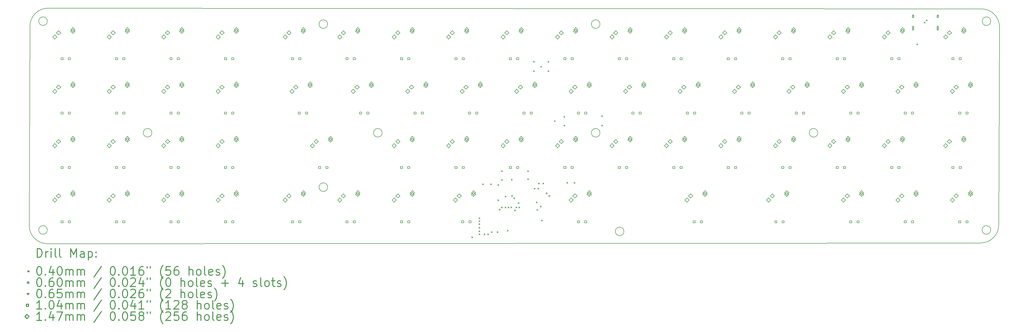
<source format=gbr>
%FSLAX45Y45*%
G04 Gerber Fmt 4.5, Leading zero omitted, Abs format (unit mm)*
G04 Created by KiCad (PCBNEW 5.0.2+dfsg1-1) date Mon 11 May 2020 02:21:16 AM PDT*
%MOMM*%
%LPD*%
G01*
G04 APERTURE LIST*
%ADD10C,0.200000*%
%ADD11C,0.150000*%
%ADD12C,0.300000*%
G04 APERTURE END LIST*
D10*
X7770000Y-12471400D02*
G75*
G03X7770000Y-12471400I-150000J0D01*
G01*
X17295000Y-10566400D02*
G75*
G03X17295000Y-10566400I-150000J0D01*
G01*
X17295000Y-6756400D02*
G75*
G03X17295000Y-6756400I-150000J0D01*
G01*
X1623200Y-10564000D02*
G75*
G03X1623200Y-10564000I-150000J0D01*
G01*
X9675000Y-10566400D02*
G75*
G03X9675000Y-10566400I-150000J0D01*
G01*
X24915000Y-10566400D02*
G75*
G03X24915000Y-10566400I-150000J0D01*
G01*
X7770000Y-6756400D02*
G75*
G03X7770000Y-6756400I-150000J0D01*
G01*
X18133200Y-14020800D02*
G75*
G03X18133200Y-14020800I-150000J0D01*
G01*
X-2034400Y-13970000D02*
G75*
G03X-2034400Y-13970000I-150000J0D01*
G01*
X30960200Y-13970000D02*
G75*
G03X30960200Y-13970000I-150000J0D01*
G01*
X-2034400Y-6654800D02*
G75*
G03X-2034400Y-6654800I-150000J0D01*
G01*
X30962600Y-6654800D02*
G75*
G03X30962600Y-6654800I-150000J0D01*
G01*
D11*
X-2032000Y-14452600D02*
G75*
G02X-2667000Y-13817600I0J635000D01*
G01*
X-2641600Y-6832600D02*
G75*
G02X-2006600Y-6197600I635000J0D01*
G01*
X30632400Y-6223000D02*
G75*
G02X31267400Y-6858000I0J-635000D01*
G01*
X31242000Y-13792200D02*
G75*
G02X30607000Y-14427200I-635000J0D01*
G01*
X-2032000Y-14452600D02*
X30607000Y-14427200D01*
X-2641600Y-6832600D02*
X-2667000Y-13817600D01*
X30632400Y-6223000D02*
X-2006600Y-6197600D01*
X31242000Y-13792200D02*
X31267400Y-6858000D01*
D10*
X12807000Y-14204000D02*
X12847000Y-14244000D01*
X12847000Y-14204000D02*
X12807000Y-14244000D01*
X13061000Y-13539901D02*
X13101000Y-13579901D01*
X13101000Y-13539901D02*
X13061000Y-13579901D01*
X13061000Y-13639902D02*
X13101000Y-13679902D01*
X13101000Y-13639902D02*
X13061000Y-13679902D01*
X13061000Y-13746800D02*
X13101000Y-13786800D01*
X13101000Y-13746800D02*
X13061000Y-13786800D01*
X13061000Y-13873800D02*
X13101000Y-13913800D01*
X13101000Y-13873800D02*
X13061000Y-13913800D01*
X13061000Y-14102400D02*
X13101000Y-14142400D01*
X13101000Y-14102400D02*
X13061000Y-14142400D01*
X13061466Y-14000334D02*
X13101466Y-14040334D01*
X13101466Y-14000334D02*
X13061466Y-14040334D01*
X13188000Y-12349800D02*
X13228000Y-12389800D01*
X13228000Y-12349800D02*
X13188000Y-12389800D01*
X13238799Y-14102400D02*
X13278799Y-14142400D01*
X13278799Y-14102400D02*
X13238799Y-14142400D01*
X13365800Y-14102400D02*
X13405800Y-14142400D01*
X13405800Y-14102400D02*
X13365800Y-14142400D01*
X13467400Y-12349800D02*
X13507400Y-12389800D01*
X13507400Y-12349800D02*
X13467400Y-12389800D01*
X13492800Y-14026200D02*
X13532800Y-14066200D01*
X13532800Y-14026200D02*
X13492800Y-14066200D01*
X13696000Y-14026200D02*
X13736000Y-14066200D01*
X13736000Y-14026200D02*
X13696000Y-14066200D01*
X13720933Y-12908135D02*
X13760933Y-12948135D01*
X13760933Y-12908135D02*
X13720933Y-12948135D01*
X13721400Y-12375200D02*
X13761400Y-12415200D01*
X13761400Y-12375200D02*
X13721400Y-12415200D01*
X13772200Y-13238800D02*
X13812200Y-13278800D01*
X13812200Y-13238800D02*
X13772200Y-13278800D01*
X13848400Y-11892600D02*
X13888400Y-11932600D01*
X13888400Y-11892600D02*
X13848400Y-11932600D01*
X13848400Y-12197400D02*
X13888400Y-12237400D01*
X13888400Y-12197400D02*
X13848400Y-12237400D01*
X13848400Y-13162600D02*
X13888400Y-13202600D01*
X13888400Y-13162600D02*
X13848400Y-13202600D01*
X13975400Y-12781600D02*
X14015400Y-12821600D01*
X14015400Y-12781600D02*
X13975400Y-12821600D01*
X13975400Y-13162600D02*
X14015400Y-13202600D01*
X14015400Y-13162600D02*
X13975400Y-13202600D01*
X14051600Y-13975400D02*
X14091600Y-14015400D01*
X14091600Y-13975400D02*
X14051600Y-14015400D01*
X14077000Y-13162600D02*
X14117000Y-13202600D01*
X14117000Y-13162600D02*
X14077000Y-13202600D01*
X14178600Y-13162600D02*
X14218600Y-13202600D01*
X14218600Y-13162600D02*
X14178600Y-13202600D01*
X14189672Y-12186328D02*
X14229672Y-12226328D01*
X14229672Y-12186328D02*
X14189672Y-12226328D01*
X14204000Y-12756200D02*
X14244000Y-12796200D01*
X14244000Y-12756200D02*
X14204000Y-12796200D01*
X14280200Y-12832400D02*
X14320200Y-12872400D01*
X14320200Y-12832400D02*
X14280200Y-12872400D01*
X14305600Y-13264200D02*
X14345600Y-13304200D01*
X14345600Y-13264200D02*
X14305600Y-13304200D01*
X14355934Y-13162134D02*
X14395934Y-13202134D01*
X14395934Y-13162134D02*
X14355934Y-13202134D01*
X14432135Y-13010665D02*
X14472135Y-13050665D01*
X14472135Y-13010665D02*
X14432135Y-13050665D01*
X14458000Y-13162600D02*
X14498000Y-13202600D01*
X14498000Y-13162600D02*
X14458000Y-13202600D01*
X14762800Y-11892600D02*
X14802800Y-11932600D01*
X14802800Y-11892600D02*
X14762800Y-11932600D01*
X14762800Y-12172000D02*
X14802800Y-12212000D01*
X14802800Y-12172000D02*
X14762800Y-12212000D01*
X14966000Y-8057200D02*
X15006000Y-8097200D01*
X15006000Y-8057200D02*
X14966000Y-8097200D01*
X14966000Y-8387400D02*
X15006000Y-8427400D01*
X15006000Y-8387400D02*
X14966000Y-8427400D01*
X14991400Y-12502200D02*
X15031400Y-12542200D01*
X15031400Y-12502200D02*
X14991400Y-12542200D01*
X15067600Y-12984800D02*
X15107600Y-13024800D01*
X15107600Y-12984800D02*
X15067600Y-13024800D01*
X15081928Y-13249872D02*
X15121928Y-13289872D01*
X15121928Y-13249872D02*
X15081928Y-13289872D01*
X15118400Y-12502200D02*
X15158400Y-12542200D01*
X15158400Y-12502200D02*
X15118400Y-12542200D01*
X15143800Y-12324400D02*
X15183800Y-12364400D01*
X15183800Y-12324400D02*
X15143800Y-12364400D01*
X15205672Y-13126128D02*
X15245672Y-13166128D01*
X15245672Y-13126128D02*
X15205672Y-13166128D01*
X15220000Y-8229375D02*
X15260000Y-8269375D01*
X15260000Y-8229375D02*
X15220000Y-8269375D01*
X15245401Y-13619799D02*
X15285401Y-13659799D01*
X15285401Y-13619799D02*
X15245401Y-13659799D01*
X15296200Y-12324400D02*
X15336200Y-12364400D01*
X15336200Y-12324400D02*
X15296200Y-12364400D01*
X15474000Y-8057200D02*
X15514000Y-8097200D01*
X15514000Y-8057200D02*
X15474000Y-8097200D01*
X15474000Y-8387400D02*
X15514000Y-8427400D01*
X15514000Y-8387400D02*
X15474000Y-8427400D01*
X15696250Y-10134375D02*
X15736250Y-10174375D01*
X15736250Y-10134375D02*
X15696250Y-10174375D01*
X16032800Y-9987600D02*
X16072800Y-10027600D01*
X16072800Y-9987600D02*
X16032800Y-10027600D01*
X16032800Y-10292400D02*
X16072800Y-10332400D01*
X16072800Y-10292400D02*
X16032800Y-10332400D01*
X16134400Y-12299000D02*
X16174400Y-12339000D01*
X16174400Y-12299000D02*
X16134400Y-12339000D01*
X16388400Y-12299000D02*
X16428400Y-12339000D01*
X16428400Y-12299000D02*
X16388400Y-12339000D01*
X17353600Y-9962200D02*
X17393600Y-10002200D01*
X17393600Y-9962200D02*
X17353600Y-10002200D01*
X17353600Y-10292400D02*
X17393600Y-10332400D01*
X17393600Y-10292400D02*
X17353600Y-10332400D01*
X28377200Y-7444800D02*
X28417200Y-7484800D01*
X28417200Y-7444800D02*
X28377200Y-7484800D01*
X28631200Y-6685600D02*
X28671200Y-6725600D01*
X28671200Y-6685600D02*
X28631200Y-6725600D01*
X28707400Y-6609400D02*
X28747400Y-6649400D01*
X28747400Y-6609400D02*
X28707400Y-6649400D01*
X28274600Y-6483000D02*
G75*
G03X28274600Y-6483000I-30000J0D01*
G01*
X28224600Y-6453000D02*
X28224600Y-6513000D01*
X28264600Y-6453000D02*
X28264600Y-6513000D01*
X28224600Y-6513000D02*
G75*
G03X28264600Y-6513000I20000J0D01*
G01*
X28264600Y-6453000D02*
G75*
G03X28224600Y-6453000I-20000J0D01*
G01*
X28274600Y-6901000D02*
G75*
G03X28274600Y-6901000I-30000J0D01*
G01*
X28224600Y-6846000D02*
X28224600Y-6956000D01*
X28264600Y-6846000D02*
X28264600Y-6956000D01*
X28224600Y-6956000D02*
G75*
G03X28264600Y-6956000I20000J0D01*
G01*
X28264600Y-6846000D02*
G75*
G03X28224600Y-6846000I-20000J0D01*
G01*
X29138600Y-6483000D02*
G75*
G03X29138600Y-6483000I-30000J0D01*
G01*
X29088600Y-6453000D02*
X29088600Y-6513000D01*
X29128600Y-6453000D02*
X29128600Y-6513000D01*
X29088600Y-6513000D02*
G75*
G03X29128600Y-6513000I20000J0D01*
G01*
X29128600Y-6453000D02*
G75*
G03X29088600Y-6453000I-20000J0D01*
G01*
X29138600Y-6901000D02*
G75*
G03X29138600Y-6901000I-30000J0D01*
G01*
X29088600Y-6846000D02*
X29088600Y-6956000D01*
X29128600Y-6846000D02*
X29128600Y-6956000D01*
X29088600Y-6956000D02*
G75*
G03X29128600Y-6956000I20000J0D01*
G01*
X29128600Y-6846000D02*
G75*
G03X29088600Y-6846000I-20000J0D01*
G01*
X15429597Y-12653897D02*
X15429597Y-12718897D01*
X15397097Y-12686397D02*
X15462097Y-12686397D01*
X15519400Y-12743700D02*
X15519400Y-12808700D01*
X15486900Y-12776200D02*
X15551900Y-12776200D01*
X2329120Y-8006020D02*
X2329120Y-7932480D01*
X2255580Y-7932480D01*
X2255580Y-8006020D01*
X2329120Y-8006020D01*
X2583120Y-8006020D02*
X2583120Y-7932480D01*
X2509580Y-7932480D01*
X2509580Y-8006020D01*
X2583120Y-8006020D01*
X18007270Y-11816020D02*
X18007270Y-11742480D01*
X17933730Y-11742480D01*
X17933730Y-11816020D01*
X18007270Y-11816020D01*
X18261270Y-11816020D02*
X18261270Y-11742480D01*
X18187730Y-11742480D01*
X18187730Y-11816020D01*
X18261270Y-11816020D01*
X12768520Y-9911020D02*
X12768520Y-9837480D01*
X12694980Y-9837480D01*
X12694980Y-9911020D01*
X12768520Y-9911020D01*
X13022520Y-9911020D02*
X13022520Y-9837480D01*
X12948980Y-9837480D01*
X12948980Y-9911020D01*
X13022520Y-9911020D01*
X16102270Y-11816020D02*
X16102270Y-11742480D01*
X16028730Y-11742480D01*
X16028730Y-11816020D01*
X16102270Y-11816020D01*
X16356270Y-11816020D02*
X16356270Y-11742480D01*
X16282730Y-11742480D01*
X16282730Y-11816020D01*
X16356270Y-11816020D01*
X6815395Y-9911020D02*
X6815395Y-9837480D01*
X6741855Y-9837480D01*
X6741855Y-9911020D01*
X6815395Y-9911020D01*
X7069395Y-9911020D02*
X7069395Y-9837480D01*
X6995855Y-9837480D01*
X6995855Y-9911020D01*
X7069395Y-9911020D01*
X10863520Y-9911020D02*
X10863520Y-9837480D01*
X10789980Y-9837480D01*
X10789980Y-9911020D01*
X10863520Y-9911020D01*
X11117520Y-9911020D02*
X11117520Y-9837480D01*
X11043980Y-9837480D01*
X11043980Y-9911020D01*
X11117520Y-9911020D01*
X16102270Y-8006020D02*
X16102270Y-7932480D01*
X16028730Y-7932480D01*
X16028730Y-8006020D01*
X16102270Y-8006020D01*
X16356270Y-8006020D02*
X16356270Y-7932480D01*
X16282730Y-7932480D01*
X16282730Y-8006020D01*
X16356270Y-8006020D01*
X424120Y-9911020D02*
X424120Y-9837480D01*
X350580Y-9837480D01*
X350580Y-9911020D01*
X424120Y-9911020D01*
X678120Y-9911020D02*
X678120Y-9837480D01*
X604580Y-9837480D01*
X604580Y-9911020D01*
X678120Y-9911020D01*
X20388520Y-9911020D02*
X20388520Y-9837480D01*
X20314980Y-9837480D01*
X20314980Y-9911020D01*
X20388520Y-9911020D01*
X20642520Y-9911020D02*
X20642520Y-9837480D01*
X20568980Y-9837480D01*
X20568980Y-9911020D01*
X20642520Y-9911020D01*
X20626645Y-13721020D02*
X20626645Y-13647480D01*
X20553105Y-13647480D01*
X20553105Y-13721020D01*
X20626645Y-13721020D01*
X20880645Y-13721020D02*
X20880645Y-13647480D01*
X20807105Y-13647480D01*
X20807105Y-13721020D01*
X20880645Y-13721020D01*
X14197270Y-8006020D02*
X14197270Y-7932480D01*
X14123730Y-7932480D01*
X14123730Y-8006020D01*
X14197270Y-8006020D01*
X14451270Y-8006020D02*
X14451270Y-7932480D01*
X14377730Y-7932480D01*
X14377730Y-8006020D01*
X14451270Y-8006020D01*
X424120Y-11816020D02*
X424120Y-11742480D01*
X350580Y-11742480D01*
X350580Y-11816020D01*
X424120Y-11816020D01*
X678120Y-11816020D02*
X678120Y-11742480D01*
X604580Y-11742480D01*
X604580Y-11816020D01*
X678120Y-11816020D01*
X7529770Y-11816020D02*
X7529770Y-11742480D01*
X7456230Y-11742480D01*
X7456230Y-11816020D01*
X7529770Y-11816020D01*
X7783770Y-11816020D02*
X7783770Y-11742480D01*
X7710230Y-11742480D01*
X7710230Y-11816020D01*
X7783770Y-11816020D01*
X27532270Y-8006020D02*
X27532270Y-7932480D01*
X27458730Y-7932480D01*
X27458730Y-8006020D01*
X27532270Y-8006020D01*
X27786270Y-8006020D02*
X27786270Y-7932480D01*
X27712730Y-7932480D01*
X27712730Y-8006020D01*
X27786270Y-8006020D01*
X29913520Y-13721020D02*
X29913520Y-13647480D01*
X29839980Y-13647480D01*
X29839980Y-13721020D01*
X29913520Y-13721020D01*
X30167520Y-13721020D02*
X30167520Y-13647480D01*
X30093980Y-13647480D01*
X30093980Y-13721020D01*
X30167520Y-13721020D01*
X28008520Y-13721020D02*
X28008520Y-13647480D01*
X27934980Y-13647480D01*
X27934980Y-13721020D01*
X28008520Y-13721020D01*
X28262520Y-13721020D02*
X28262520Y-13647480D01*
X28188980Y-13647480D01*
X28188980Y-13721020D01*
X28262520Y-13721020D01*
X8482270Y-13721020D02*
X8482270Y-13647480D01*
X8408730Y-13647480D01*
X8408730Y-13721020D01*
X8482270Y-13721020D01*
X8736270Y-13721020D02*
X8736270Y-13647480D01*
X8662730Y-13647480D01*
X8662730Y-13721020D01*
X8736270Y-13721020D01*
X2329120Y-13721020D02*
X2329120Y-13647480D01*
X2255580Y-13647480D01*
X2255580Y-13721020D01*
X2329120Y-13721020D01*
X2583120Y-13721020D02*
X2583120Y-13647480D01*
X2509580Y-13647480D01*
X2509580Y-13721020D01*
X2583120Y-13721020D01*
X2329120Y-11816020D02*
X2329120Y-11742480D01*
X2255580Y-11742480D01*
X2255580Y-11816020D01*
X2329120Y-11816020D01*
X2583120Y-11816020D02*
X2583120Y-11742480D01*
X2509580Y-11742480D01*
X2509580Y-11816020D01*
X2583120Y-11816020D01*
X2329120Y-9911020D02*
X2329120Y-9837480D01*
X2255580Y-9837480D01*
X2255580Y-9911020D01*
X2329120Y-9911020D01*
X2583120Y-9911020D02*
X2583120Y-9837480D01*
X2509580Y-9837480D01*
X2509580Y-9911020D01*
X2583120Y-9911020D01*
X12292270Y-8006020D02*
X12292270Y-7932480D01*
X12218730Y-7932480D01*
X12218730Y-8006020D01*
X12292270Y-8006020D01*
X12546270Y-8006020D02*
X12546270Y-7932480D01*
X12472730Y-7932480D01*
X12472730Y-8006020D01*
X12546270Y-8006020D01*
X12530395Y-13721020D02*
X12530395Y-13647480D01*
X12456855Y-13647480D01*
X12456855Y-13721020D01*
X12530395Y-13721020D01*
X12784395Y-13721020D02*
X12784395Y-13647480D01*
X12710855Y-13647480D01*
X12710855Y-13721020D01*
X12784395Y-13721020D01*
X14197270Y-11816020D02*
X14197270Y-11742480D01*
X14123730Y-11742480D01*
X14123730Y-11816020D01*
X14197270Y-11816020D01*
X14451270Y-11816020D02*
X14451270Y-11742480D01*
X14377730Y-11742480D01*
X14377730Y-11816020D01*
X14451270Y-11816020D01*
X14673520Y-9911020D02*
X14673520Y-9837480D01*
X14599980Y-9837480D01*
X14599980Y-9911020D01*
X14673520Y-9911020D01*
X14927520Y-9911020D02*
X14927520Y-9837480D01*
X14853980Y-9837480D01*
X14853980Y-9911020D01*
X14927520Y-9911020D01*
X23722270Y-8006020D02*
X23722270Y-7932480D01*
X23648730Y-7932480D01*
X23648730Y-8006020D01*
X23722270Y-8006020D01*
X23976270Y-8006020D02*
X23976270Y-7932480D01*
X23902730Y-7932480D01*
X23902730Y-8006020D01*
X23976270Y-8006020D01*
X4234120Y-13721020D02*
X4234120Y-13647480D01*
X4160580Y-13647480D01*
X4160580Y-13721020D01*
X4234120Y-13721020D01*
X4488120Y-13721020D02*
X4488120Y-13647480D01*
X4414580Y-13647480D01*
X4414580Y-13721020D01*
X4488120Y-13721020D01*
X4234120Y-11816020D02*
X4234120Y-11742480D01*
X4160580Y-11742480D01*
X4160580Y-11816020D01*
X4234120Y-11816020D01*
X4488120Y-11816020D02*
X4488120Y-11742480D01*
X4414580Y-11742480D01*
X4414580Y-11816020D01*
X4488120Y-11816020D01*
X25627270Y-8006020D02*
X25627270Y-7932480D01*
X25553730Y-7932480D01*
X25553730Y-8006020D01*
X25627270Y-8006020D01*
X25881270Y-8006020D02*
X25881270Y-7932480D01*
X25807730Y-7932480D01*
X25807730Y-8006020D01*
X25881270Y-8006020D01*
X8958520Y-9911020D02*
X8958520Y-9837480D01*
X8884980Y-9837480D01*
X8884980Y-9911020D01*
X8958520Y-9911020D01*
X9212520Y-9911020D02*
X9212520Y-9837480D01*
X9138980Y-9837480D01*
X9138980Y-9911020D01*
X9212520Y-9911020D01*
X8482270Y-8006020D02*
X8482270Y-7932480D01*
X8408730Y-7932480D01*
X8408730Y-8006020D01*
X8482270Y-8006020D01*
X8736270Y-8006020D02*
X8736270Y-7932480D01*
X8662730Y-7932480D01*
X8662730Y-8006020D01*
X8736270Y-8006020D01*
X29675395Y-8006020D02*
X29675395Y-7932480D01*
X29601855Y-7932480D01*
X29601855Y-8006020D01*
X29675395Y-8006020D01*
X29929395Y-8006020D02*
X29929395Y-7932480D01*
X29855855Y-7932480D01*
X29855855Y-8006020D01*
X29929395Y-8006020D01*
X6577270Y-13721020D02*
X6577270Y-13647480D01*
X6503730Y-13647480D01*
X6503730Y-13721020D01*
X6577270Y-13721020D01*
X6831270Y-13721020D02*
X6831270Y-13647480D01*
X6757730Y-13647480D01*
X6757730Y-13721020D01*
X6831270Y-13721020D01*
X29913520Y-9911020D02*
X29913520Y-9837480D01*
X29839980Y-9837480D01*
X29839980Y-9911020D01*
X29913520Y-9911020D01*
X30167520Y-9911020D02*
X30167520Y-9837480D01*
X30093980Y-9837480D01*
X30093980Y-9911020D01*
X30167520Y-9911020D01*
X6577270Y-8006020D02*
X6577270Y-7932480D01*
X6503730Y-7932480D01*
X6503730Y-8006020D01*
X6577270Y-8006020D01*
X6831270Y-8006020D02*
X6831270Y-7932480D01*
X6757730Y-7932480D01*
X6757730Y-8006020D01*
X6831270Y-8006020D01*
X18483520Y-9911020D02*
X18483520Y-9837480D01*
X18409980Y-9837480D01*
X18409980Y-9911020D01*
X18483520Y-9911020D01*
X18737520Y-9911020D02*
X18737520Y-9837480D01*
X18663980Y-9837480D01*
X18663980Y-9911020D01*
X18737520Y-9911020D01*
X10387270Y-11816020D02*
X10387270Y-11742480D01*
X10313730Y-11742480D01*
X10313730Y-11816020D01*
X10387270Y-11816020D01*
X10641270Y-11816020D02*
X10641270Y-11742480D01*
X10567730Y-11742480D01*
X10567730Y-11816020D01*
X10641270Y-11816020D01*
X12292270Y-11816020D02*
X12292270Y-11742480D01*
X12218730Y-11742480D01*
X12218730Y-11816020D01*
X12292270Y-11816020D01*
X12546270Y-11816020D02*
X12546270Y-11742480D01*
X12472730Y-11742480D01*
X12472730Y-11816020D01*
X12546270Y-11816020D01*
X-1480880Y-9911020D02*
X-1480880Y-9837480D01*
X-1554420Y-9837480D01*
X-1554420Y-9911020D01*
X-1480880Y-9911020D01*
X-1226880Y-9911020D02*
X-1226880Y-9837480D01*
X-1300420Y-9837480D01*
X-1300420Y-9911020D01*
X-1226880Y-9911020D01*
X16578520Y-13721020D02*
X16578520Y-13647480D01*
X16504980Y-13647480D01*
X16504980Y-13721020D01*
X16578520Y-13721020D01*
X16832520Y-13721020D02*
X16832520Y-13647480D01*
X16758980Y-13647480D01*
X16758980Y-13721020D01*
X16832520Y-13721020D01*
X19912270Y-8006020D02*
X19912270Y-7932480D01*
X19838730Y-7932480D01*
X19838730Y-8006020D01*
X19912270Y-8006020D01*
X20166270Y-8006020D02*
X20166270Y-7932480D01*
X20092730Y-7932480D01*
X20092730Y-8006020D01*
X20166270Y-8006020D01*
X22293520Y-9911020D02*
X22293520Y-9837480D01*
X22219980Y-9837480D01*
X22219980Y-9911020D01*
X22293520Y-9911020D01*
X22547520Y-9911020D02*
X22547520Y-9837480D01*
X22473980Y-9837480D01*
X22473980Y-9911020D01*
X22547520Y-9911020D01*
X10387270Y-8006020D02*
X10387270Y-7932480D01*
X10313730Y-7932480D01*
X10313730Y-8006020D01*
X10387270Y-8006020D01*
X10641270Y-8006020D02*
X10641270Y-7932480D01*
X10567730Y-7932480D01*
X10567730Y-8006020D01*
X10641270Y-8006020D01*
X24198520Y-9911020D02*
X24198520Y-9837480D01*
X24124980Y-9837480D01*
X24124980Y-9911020D01*
X24198520Y-9911020D01*
X24452520Y-9911020D02*
X24452520Y-9837480D01*
X24378980Y-9837480D01*
X24378980Y-9911020D01*
X24452520Y-9911020D01*
X28008520Y-9911020D02*
X28008520Y-9837480D01*
X27934980Y-9837480D01*
X27934980Y-9911020D01*
X28008520Y-9911020D01*
X28262520Y-9911020D02*
X28262520Y-9837480D01*
X28188980Y-9837480D01*
X28188980Y-9911020D01*
X28262520Y-9911020D01*
X26103520Y-13721020D02*
X26103520Y-13647480D01*
X26029980Y-13647480D01*
X26029980Y-13721020D01*
X26103520Y-13721020D01*
X26357520Y-13721020D02*
X26357520Y-13647480D01*
X26283980Y-13647480D01*
X26283980Y-13721020D01*
X26357520Y-13721020D01*
X424120Y-8006020D02*
X424120Y-7932480D01*
X350580Y-7932480D01*
X350580Y-8006020D01*
X424120Y-8006020D01*
X678120Y-8006020D02*
X678120Y-7932480D01*
X604580Y-7932480D01*
X604580Y-8006020D01*
X678120Y-8006020D01*
X424120Y-13721020D02*
X424120Y-13647480D01*
X350580Y-13647480D01*
X350580Y-13721020D01*
X424120Y-13721020D01*
X678120Y-13721020D02*
X678120Y-13647480D01*
X604580Y-13647480D01*
X604580Y-13721020D01*
X678120Y-13721020D01*
X10387270Y-13721020D02*
X10387270Y-13647480D01*
X10313730Y-13647480D01*
X10313730Y-13721020D01*
X10387270Y-13721020D01*
X10641270Y-13721020D02*
X10641270Y-13647480D01*
X10567730Y-13647480D01*
X10567730Y-13721020D01*
X10641270Y-13721020D01*
X4234120Y-8006020D02*
X4234120Y-7932480D01*
X4160580Y-7932480D01*
X4160580Y-8006020D01*
X4234120Y-8006020D01*
X4488120Y-8006020D02*
X4488120Y-7932480D01*
X4414580Y-7932480D01*
X4414580Y-8006020D01*
X4488120Y-8006020D01*
X23484145Y-13721020D02*
X23484145Y-13647480D01*
X23410605Y-13647480D01*
X23410605Y-13721020D01*
X23484145Y-13721020D01*
X23738145Y-13721020D02*
X23738145Y-13647480D01*
X23664605Y-13647480D01*
X23664605Y-13721020D01*
X23738145Y-13721020D01*
X-1480880Y-8006020D02*
X-1480880Y-7932480D01*
X-1554420Y-7932480D01*
X-1554420Y-8006020D01*
X-1480880Y-8006020D01*
X-1226880Y-8006020D02*
X-1226880Y-7932480D01*
X-1300420Y-7932480D01*
X-1300420Y-8006020D01*
X-1226880Y-8006020D01*
X21817270Y-11816020D02*
X21817270Y-11742480D01*
X21743730Y-11742480D01*
X21743730Y-11816020D01*
X21817270Y-11816020D01*
X22071270Y-11816020D02*
X22071270Y-11742480D01*
X21997730Y-11742480D01*
X21997730Y-11816020D01*
X22071270Y-11816020D01*
X21817270Y-8006020D02*
X21817270Y-7932480D01*
X21743730Y-7932480D01*
X21743730Y-8006020D01*
X21817270Y-8006020D01*
X22071270Y-8006020D02*
X22071270Y-7932480D01*
X21997730Y-7932480D01*
X21997730Y-8006020D01*
X22071270Y-8006020D01*
X18007270Y-8006020D02*
X18007270Y-7932480D01*
X17933730Y-7932480D01*
X17933730Y-8006020D01*
X18007270Y-8006020D01*
X18261270Y-8006020D02*
X18261270Y-7932480D01*
X18187730Y-7932480D01*
X18187730Y-8006020D01*
X18261270Y-8006020D01*
X-1480880Y-11816020D02*
X-1480880Y-11742480D01*
X-1554420Y-11742480D01*
X-1554420Y-11816020D01*
X-1480880Y-11816020D01*
X-1226880Y-11816020D02*
X-1226880Y-11742480D01*
X-1300420Y-11742480D01*
X-1300420Y-11816020D01*
X-1226880Y-11816020D01*
X29675395Y-11816020D02*
X29675395Y-11742480D01*
X29601855Y-11742480D01*
X29601855Y-11816020D01*
X29675395Y-11816020D01*
X29929395Y-11816020D02*
X29929395Y-11742480D01*
X29855855Y-11742480D01*
X29855855Y-11816020D01*
X29929395Y-11816020D01*
X16578520Y-9911020D02*
X16578520Y-9837480D01*
X16504980Y-9837480D01*
X16504980Y-9911020D01*
X16578520Y-9911020D01*
X16832520Y-9911020D02*
X16832520Y-9837480D01*
X16758980Y-9837480D01*
X16758980Y-9911020D01*
X16832520Y-9911020D01*
X26103520Y-9911020D02*
X26103520Y-9837480D01*
X26029980Y-9837480D01*
X26029980Y-9911020D01*
X26103520Y-9911020D01*
X26357520Y-9911020D02*
X26357520Y-9837480D01*
X26283980Y-9837480D01*
X26283980Y-9911020D01*
X26357520Y-9911020D01*
X19912270Y-11816020D02*
X19912270Y-11742480D01*
X19838730Y-11742480D01*
X19838730Y-11816020D01*
X19912270Y-11816020D01*
X20166270Y-11816020D02*
X20166270Y-11742480D01*
X20092730Y-11742480D01*
X20092730Y-11816020D01*
X20166270Y-11816020D01*
X4234120Y-9911020D02*
X4234120Y-9837480D01*
X4160580Y-9837480D01*
X4160580Y-9911020D01*
X4234120Y-9911020D01*
X4488120Y-9911020D02*
X4488120Y-9837480D01*
X4414580Y-9837480D01*
X4414580Y-9911020D01*
X4488120Y-9911020D01*
X25627270Y-11816020D02*
X25627270Y-11742480D01*
X25553730Y-11742480D01*
X25553730Y-11816020D01*
X25627270Y-11816020D01*
X25881270Y-11816020D02*
X25881270Y-11742480D01*
X25807730Y-11742480D01*
X25807730Y-11816020D01*
X25881270Y-11816020D01*
X27532270Y-11816020D02*
X27532270Y-11742480D01*
X27458730Y-11742480D01*
X27458730Y-11816020D01*
X27532270Y-11816020D01*
X27786270Y-11816020D02*
X27786270Y-11742480D01*
X27712730Y-11742480D01*
X27712730Y-11816020D01*
X27786270Y-11816020D01*
X-1480880Y-13721020D02*
X-1480880Y-13647480D01*
X-1554420Y-13647480D01*
X-1554420Y-13721020D01*
X-1480880Y-13721020D01*
X-1226880Y-13721020D02*
X-1226880Y-13647480D01*
X-1300420Y-13647480D01*
X-1300420Y-13721020D01*
X-1226880Y-13721020D01*
X23722270Y-11816020D02*
X23722270Y-11742480D01*
X23648730Y-11742480D01*
X23648730Y-11816020D01*
X23722270Y-11816020D01*
X23976270Y-11816020D02*
X23976270Y-11742480D01*
X23902730Y-11742480D01*
X23902730Y-11816020D01*
X23976270Y-11816020D01*
X25812750Y-9185750D02*
X25886250Y-9112250D01*
X25812750Y-9038750D01*
X25739250Y-9112250D01*
X25812750Y-9185750D01*
X25943750Y-9039750D02*
X26017250Y-8966250D01*
X25943750Y-8892750D01*
X25870250Y-8966250D01*
X25943750Y-9039750D01*
X26443750Y-8989750D02*
X26517250Y-8916250D01*
X26443750Y-8842750D01*
X26370250Y-8916250D01*
X26443750Y-8989750D01*
X26447750Y-8931750D02*
X26521250Y-8858250D01*
X26447750Y-8784750D01*
X26374250Y-8858250D01*
X26447750Y-8931750D01*
X19621500Y-11090750D02*
X19695000Y-11017250D01*
X19621500Y-10943750D01*
X19548000Y-11017250D01*
X19621500Y-11090750D01*
X19752500Y-10944750D02*
X19826000Y-10871250D01*
X19752500Y-10797750D01*
X19679000Y-10871250D01*
X19752500Y-10944750D01*
X20252500Y-10894750D02*
X20326000Y-10821250D01*
X20252500Y-10747750D01*
X20179000Y-10821250D01*
X20252500Y-10894750D01*
X20256500Y-10836750D02*
X20330000Y-10763250D01*
X20256500Y-10689750D01*
X20183000Y-10763250D01*
X20256500Y-10836750D01*
X3943350Y-9185750D02*
X4016850Y-9112250D01*
X3943350Y-9038750D01*
X3869850Y-9112250D01*
X3943350Y-9185750D01*
X4074350Y-9039750D02*
X4147850Y-8966250D01*
X4074350Y-8892750D01*
X4000850Y-8966250D01*
X4074350Y-9039750D01*
X4574350Y-8989750D02*
X4647850Y-8916250D01*
X4574350Y-8842750D01*
X4500850Y-8916250D01*
X4574350Y-8989750D01*
X4578350Y-8931750D02*
X4651850Y-8858250D01*
X4578350Y-8784750D01*
X4504850Y-8858250D01*
X4578350Y-8931750D01*
X25336500Y-11090750D02*
X25410000Y-11017250D01*
X25336500Y-10943750D01*
X25263000Y-11017250D01*
X25336500Y-11090750D01*
X25467500Y-10944750D02*
X25541000Y-10871250D01*
X25467500Y-10797750D01*
X25394000Y-10871250D01*
X25467500Y-10944750D01*
X25967500Y-10894750D02*
X26041000Y-10821250D01*
X25967500Y-10747750D01*
X25894000Y-10821250D01*
X25967500Y-10894750D01*
X25971500Y-10836750D02*
X26045000Y-10763250D01*
X25971500Y-10689750D01*
X25898000Y-10763250D01*
X25971500Y-10836750D01*
X27241500Y-11090750D02*
X27315000Y-11017250D01*
X27241500Y-10943750D01*
X27168000Y-11017250D01*
X27241500Y-11090750D01*
X27372500Y-10944750D02*
X27446000Y-10871250D01*
X27372500Y-10797750D01*
X27299000Y-10871250D01*
X27372500Y-10944750D01*
X27872500Y-10894750D02*
X27946000Y-10821250D01*
X27872500Y-10747750D01*
X27799000Y-10821250D01*
X27872500Y-10894750D01*
X27876500Y-10836750D02*
X27950000Y-10763250D01*
X27876500Y-10689750D01*
X27803000Y-10763250D01*
X27876500Y-10836750D01*
X-1771650Y-12995750D02*
X-1698150Y-12922250D01*
X-1771650Y-12848750D01*
X-1845150Y-12922250D01*
X-1771650Y-12995750D01*
X-1640650Y-12849750D02*
X-1567150Y-12776250D01*
X-1640650Y-12702750D01*
X-1714150Y-12776250D01*
X-1640650Y-12849750D01*
X-1140650Y-12799750D02*
X-1067150Y-12726250D01*
X-1140650Y-12652750D01*
X-1214150Y-12726250D01*
X-1140650Y-12799750D01*
X-1136650Y-12741750D02*
X-1063150Y-12668250D01*
X-1136650Y-12594750D01*
X-1210150Y-12668250D01*
X-1136650Y-12741750D01*
X23431500Y-11090750D02*
X23505000Y-11017250D01*
X23431500Y-10943750D01*
X23358000Y-11017250D01*
X23431500Y-11090750D01*
X23562500Y-10944750D02*
X23636000Y-10871250D01*
X23562500Y-10797750D01*
X23489000Y-10871250D01*
X23562500Y-10944750D01*
X24062500Y-10894750D02*
X24136000Y-10821250D01*
X24062500Y-10747750D01*
X23989000Y-10821250D01*
X24062500Y-10894750D01*
X24066500Y-10836750D02*
X24140000Y-10763250D01*
X24066500Y-10689750D01*
X23993000Y-10763250D01*
X24066500Y-10836750D01*
X2038350Y-7280750D02*
X2111850Y-7207250D01*
X2038350Y-7133750D01*
X1964850Y-7207250D01*
X2038350Y-7280750D01*
X2169350Y-7134750D02*
X2242850Y-7061250D01*
X2169350Y-6987750D01*
X2095850Y-7061250D01*
X2169350Y-7134750D01*
X2669350Y-7084750D02*
X2742850Y-7011250D01*
X2669350Y-6937750D01*
X2595850Y-7011250D01*
X2669350Y-7084750D01*
X2673350Y-7026750D02*
X2746850Y-6953250D01*
X2673350Y-6879750D01*
X2599850Y-6953250D01*
X2673350Y-7026750D01*
X17716500Y-11090750D02*
X17790000Y-11017250D01*
X17716500Y-10943750D01*
X17643000Y-11017250D01*
X17716500Y-11090750D01*
X17847500Y-10944750D02*
X17921000Y-10871250D01*
X17847500Y-10797750D01*
X17774000Y-10871250D01*
X17847500Y-10944750D01*
X18347500Y-10894750D02*
X18421000Y-10821250D01*
X18347500Y-10747750D01*
X18274000Y-10821250D01*
X18347500Y-10894750D01*
X18351500Y-10836750D02*
X18425000Y-10763250D01*
X18351500Y-10689750D01*
X18278000Y-10763250D01*
X18351500Y-10836750D01*
X12477750Y-9185750D02*
X12551250Y-9112250D01*
X12477750Y-9038750D01*
X12404250Y-9112250D01*
X12477750Y-9185750D01*
X12608750Y-9039750D02*
X12682250Y-8966250D01*
X12608750Y-8892750D01*
X12535250Y-8966250D01*
X12608750Y-9039750D01*
X13108750Y-8989750D02*
X13182250Y-8916250D01*
X13108750Y-8842750D01*
X13035250Y-8916250D01*
X13108750Y-8989750D01*
X13112750Y-8931750D02*
X13186250Y-8858250D01*
X13112750Y-8784750D01*
X13039250Y-8858250D01*
X13112750Y-8931750D01*
X15811500Y-11090750D02*
X15885000Y-11017250D01*
X15811500Y-10943750D01*
X15738000Y-11017250D01*
X15811500Y-11090750D01*
X15942500Y-10944750D02*
X16016000Y-10871250D01*
X15942500Y-10797750D01*
X15869000Y-10871250D01*
X15942500Y-10944750D01*
X16442500Y-10894750D02*
X16516000Y-10821250D01*
X16442500Y-10747750D01*
X16369000Y-10821250D01*
X16442500Y-10894750D01*
X16446500Y-10836750D02*
X16520000Y-10763250D01*
X16446500Y-10689750D01*
X16373000Y-10763250D01*
X16446500Y-10836750D01*
X6524625Y-9185750D02*
X6598125Y-9112250D01*
X6524625Y-9038750D01*
X6451125Y-9112250D01*
X6524625Y-9185750D01*
X6655625Y-9039750D02*
X6729125Y-8966250D01*
X6655625Y-8892750D01*
X6582125Y-8966250D01*
X6655625Y-9039750D01*
X7155625Y-8989750D02*
X7229125Y-8916250D01*
X7155625Y-8842750D01*
X7082125Y-8916250D01*
X7155625Y-8989750D01*
X7159625Y-8931750D02*
X7233125Y-8858250D01*
X7159625Y-8784750D01*
X7086125Y-8858250D01*
X7159625Y-8931750D01*
X10572750Y-9185750D02*
X10646250Y-9112250D01*
X10572750Y-9038750D01*
X10499250Y-9112250D01*
X10572750Y-9185750D01*
X10703750Y-9039750D02*
X10777250Y-8966250D01*
X10703750Y-8892750D01*
X10630250Y-8966250D01*
X10703750Y-9039750D01*
X11203750Y-8989750D02*
X11277250Y-8916250D01*
X11203750Y-8842750D01*
X11130250Y-8916250D01*
X11203750Y-8989750D01*
X11207750Y-8931750D02*
X11281250Y-8858250D01*
X11207750Y-8784750D01*
X11134250Y-8858250D01*
X11207750Y-8931750D01*
X15811500Y-7280750D02*
X15885000Y-7207250D01*
X15811500Y-7133750D01*
X15738000Y-7207250D01*
X15811500Y-7280750D01*
X15942500Y-7134750D02*
X16016000Y-7061250D01*
X15942500Y-6987750D01*
X15869000Y-7061250D01*
X15942500Y-7134750D01*
X16442500Y-7084750D02*
X16516000Y-7011250D01*
X16442500Y-6937750D01*
X16369000Y-7011250D01*
X16442500Y-7084750D01*
X16446500Y-7026750D02*
X16520000Y-6953250D01*
X16446500Y-6879750D01*
X16373000Y-6953250D01*
X16446500Y-7026750D01*
X133350Y-9185750D02*
X206850Y-9112250D01*
X133350Y-9038750D01*
X59850Y-9112250D01*
X133350Y-9185750D01*
X264350Y-9039750D02*
X337850Y-8966250D01*
X264350Y-8892750D01*
X190850Y-8966250D01*
X264350Y-9039750D01*
X764350Y-8989750D02*
X837850Y-8916250D01*
X764350Y-8842750D01*
X690850Y-8916250D01*
X764350Y-8989750D01*
X768350Y-8931750D02*
X841850Y-8858250D01*
X768350Y-8784750D01*
X694850Y-8858250D01*
X768350Y-8931750D01*
X20097750Y-9185750D02*
X20171250Y-9112250D01*
X20097750Y-9038750D01*
X20024250Y-9112250D01*
X20097750Y-9185750D01*
X20228750Y-9039750D02*
X20302250Y-8966250D01*
X20228750Y-8892750D01*
X20155250Y-8966250D01*
X20228750Y-9039750D01*
X20728750Y-8989750D02*
X20802250Y-8916250D01*
X20728750Y-8842750D01*
X20655250Y-8916250D01*
X20728750Y-8989750D01*
X20732750Y-8931750D02*
X20806250Y-8858250D01*
X20732750Y-8784750D01*
X20659250Y-8858250D01*
X20732750Y-8931750D01*
X20335875Y-12995750D02*
X20409375Y-12922250D01*
X20335875Y-12848750D01*
X20262375Y-12922250D01*
X20335875Y-12995750D01*
X20466875Y-12849750D02*
X20540375Y-12776250D01*
X20466875Y-12702750D01*
X20393375Y-12776250D01*
X20466875Y-12849750D01*
X20966875Y-12799750D02*
X21040375Y-12726250D01*
X20966875Y-12652750D01*
X20893375Y-12726250D01*
X20966875Y-12799750D01*
X20970875Y-12741750D02*
X21044375Y-12668250D01*
X20970875Y-12594750D01*
X20897375Y-12668250D01*
X20970875Y-12741750D01*
X13906500Y-7280750D02*
X13980000Y-7207250D01*
X13906500Y-7133750D01*
X13833000Y-7207250D01*
X13906500Y-7280750D01*
X14037500Y-7134750D02*
X14111000Y-7061250D01*
X14037500Y-6987750D01*
X13964000Y-7061250D01*
X14037500Y-7134750D01*
X14537500Y-7084750D02*
X14611000Y-7011250D01*
X14537500Y-6937750D01*
X14464000Y-7011250D01*
X14537500Y-7084750D01*
X14541500Y-7026750D02*
X14615000Y-6953250D01*
X14541500Y-6879750D01*
X14468000Y-6953250D01*
X14541500Y-7026750D01*
X133350Y-11090750D02*
X206850Y-11017250D01*
X133350Y-10943750D01*
X59850Y-11017250D01*
X133350Y-11090750D01*
X264350Y-10944750D02*
X337850Y-10871250D01*
X264350Y-10797750D01*
X190850Y-10871250D01*
X264350Y-10944750D01*
X764350Y-10894750D02*
X837850Y-10821250D01*
X764350Y-10747750D01*
X690850Y-10821250D01*
X764350Y-10894750D01*
X768350Y-10836750D02*
X841850Y-10763250D01*
X768350Y-10689750D01*
X694850Y-10763250D01*
X768350Y-10836750D01*
X7239000Y-11090750D02*
X7312500Y-11017250D01*
X7239000Y-10943750D01*
X7165500Y-11017250D01*
X7239000Y-11090750D01*
X7370000Y-10944750D02*
X7443500Y-10871250D01*
X7370000Y-10797750D01*
X7296500Y-10871250D01*
X7370000Y-10944750D01*
X7870000Y-10894750D02*
X7943500Y-10821250D01*
X7870000Y-10747750D01*
X7796500Y-10821250D01*
X7870000Y-10894750D01*
X7874000Y-10836750D02*
X7947500Y-10763250D01*
X7874000Y-10689750D01*
X7800500Y-10763250D01*
X7874000Y-10836750D01*
X27241500Y-7280750D02*
X27315000Y-7207250D01*
X27241500Y-7133750D01*
X27168000Y-7207250D01*
X27241500Y-7280750D01*
X27372500Y-7134750D02*
X27446000Y-7061250D01*
X27372500Y-6987750D01*
X27299000Y-7061250D01*
X27372500Y-7134750D01*
X27872500Y-7084750D02*
X27946000Y-7011250D01*
X27872500Y-6937750D01*
X27799000Y-7011250D01*
X27872500Y-7084750D01*
X27876500Y-7026750D02*
X27950000Y-6953250D01*
X27876500Y-6879750D01*
X27803000Y-6953250D01*
X27876500Y-7026750D01*
X29622750Y-12995750D02*
X29696250Y-12922250D01*
X29622750Y-12848750D01*
X29549250Y-12922250D01*
X29622750Y-12995750D01*
X29753750Y-12849750D02*
X29827250Y-12776250D01*
X29753750Y-12702750D01*
X29680250Y-12776250D01*
X29753750Y-12849750D01*
X30253750Y-12799750D02*
X30327250Y-12726250D01*
X30253750Y-12652750D01*
X30180250Y-12726250D01*
X30253750Y-12799750D01*
X30257750Y-12741750D02*
X30331250Y-12668250D01*
X30257750Y-12594750D01*
X30184250Y-12668250D01*
X30257750Y-12741750D01*
X27717750Y-12995750D02*
X27791250Y-12922250D01*
X27717750Y-12848750D01*
X27644250Y-12922250D01*
X27717750Y-12995750D01*
X27848750Y-12849750D02*
X27922250Y-12776250D01*
X27848750Y-12702750D01*
X27775250Y-12776250D01*
X27848750Y-12849750D01*
X28348750Y-12799750D02*
X28422250Y-12726250D01*
X28348750Y-12652750D01*
X28275250Y-12726250D01*
X28348750Y-12799750D01*
X28352750Y-12741750D02*
X28426250Y-12668250D01*
X28352750Y-12594750D01*
X28279250Y-12668250D01*
X28352750Y-12741750D01*
X8191500Y-12995750D02*
X8265000Y-12922250D01*
X8191500Y-12848750D01*
X8118000Y-12922250D01*
X8191500Y-12995750D01*
X8322500Y-12849750D02*
X8396000Y-12776250D01*
X8322500Y-12702750D01*
X8249000Y-12776250D01*
X8322500Y-12849750D01*
X8822500Y-12799750D02*
X8896000Y-12726250D01*
X8822500Y-12652750D01*
X8749000Y-12726250D01*
X8822500Y-12799750D01*
X8826500Y-12741750D02*
X8900000Y-12668250D01*
X8826500Y-12594750D01*
X8753000Y-12668250D01*
X8826500Y-12741750D01*
X2038350Y-12995750D02*
X2111850Y-12922250D01*
X2038350Y-12848750D01*
X1964850Y-12922250D01*
X2038350Y-12995750D01*
X2169350Y-12849750D02*
X2242850Y-12776250D01*
X2169350Y-12702750D01*
X2095850Y-12776250D01*
X2169350Y-12849750D01*
X2669350Y-12799750D02*
X2742850Y-12726250D01*
X2669350Y-12652750D01*
X2595850Y-12726250D01*
X2669350Y-12799750D01*
X2673350Y-12741750D02*
X2746850Y-12668250D01*
X2673350Y-12594750D01*
X2599850Y-12668250D01*
X2673350Y-12741750D01*
X2038350Y-11090750D02*
X2111850Y-11017250D01*
X2038350Y-10943750D01*
X1964850Y-11017250D01*
X2038350Y-11090750D01*
X2169350Y-10944750D02*
X2242850Y-10871250D01*
X2169350Y-10797750D01*
X2095850Y-10871250D01*
X2169350Y-10944750D01*
X2669350Y-10894750D02*
X2742850Y-10821250D01*
X2669350Y-10747750D01*
X2595850Y-10821250D01*
X2669350Y-10894750D01*
X2673350Y-10836750D02*
X2746850Y-10763250D01*
X2673350Y-10689750D01*
X2599850Y-10763250D01*
X2673350Y-10836750D01*
X2038350Y-9185750D02*
X2111850Y-9112250D01*
X2038350Y-9038750D01*
X1964850Y-9112250D01*
X2038350Y-9185750D01*
X2169350Y-9039750D02*
X2242850Y-8966250D01*
X2169350Y-8892750D01*
X2095850Y-8966250D01*
X2169350Y-9039750D01*
X2669350Y-8989750D02*
X2742850Y-8916250D01*
X2669350Y-8842750D01*
X2595850Y-8916250D01*
X2669350Y-8989750D01*
X2673350Y-8931750D02*
X2746850Y-8858250D01*
X2673350Y-8784750D01*
X2599850Y-8858250D01*
X2673350Y-8931750D01*
X12001500Y-7280750D02*
X12075000Y-7207250D01*
X12001500Y-7133750D01*
X11928000Y-7207250D01*
X12001500Y-7280750D01*
X12132500Y-7134750D02*
X12206000Y-7061250D01*
X12132500Y-6987750D01*
X12059000Y-7061250D01*
X12132500Y-7134750D01*
X12632500Y-7084750D02*
X12706000Y-7011250D01*
X12632500Y-6937750D01*
X12559000Y-7011250D01*
X12632500Y-7084750D01*
X12636500Y-7026750D02*
X12710000Y-6953250D01*
X12636500Y-6879750D01*
X12563000Y-6953250D01*
X12636500Y-7026750D01*
X12239625Y-12995750D02*
X12313125Y-12922250D01*
X12239625Y-12848750D01*
X12166125Y-12922250D01*
X12239625Y-12995750D01*
X12370625Y-12849750D02*
X12444125Y-12776250D01*
X12370625Y-12702750D01*
X12297125Y-12776250D01*
X12370625Y-12849750D01*
X12870625Y-12799750D02*
X12944125Y-12726250D01*
X12870625Y-12652750D01*
X12797125Y-12726250D01*
X12870625Y-12799750D01*
X12874625Y-12741750D02*
X12948125Y-12668250D01*
X12874625Y-12594750D01*
X12801125Y-12668250D01*
X12874625Y-12741750D01*
X13906500Y-11090750D02*
X13980000Y-11017250D01*
X13906500Y-10943750D01*
X13833000Y-11017250D01*
X13906500Y-11090750D01*
X14037500Y-10944750D02*
X14111000Y-10871250D01*
X14037500Y-10797750D01*
X13964000Y-10871250D01*
X14037500Y-10944750D01*
X14537500Y-10894750D02*
X14611000Y-10821250D01*
X14537500Y-10747750D01*
X14464000Y-10821250D01*
X14537500Y-10894750D01*
X14541500Y-10836750D02*
X14615000Y-10763250D01*
X14541500Y-10689750D01*
X14468000Y-10763250D01*
X14541500Y-10836750D01*
X14382750Y-9185750D02*
X14456250Y-9112250D01*
X14382750Y-9038750D01*
X14309250Y-9112250D01*
X14382750Y-9185750D01*
X14513750Y-9039750D02*
X14587250Y-8966250D01*
X14513750Y-8892750D01*
X14440250Y-8966250D01*
X14513750Y-9039750D01*
X15013750Y-8989750D02*
X15087250Y-8916250D01*
X15013750Y-8842750D01*
X14940250Y-8916250D01*
X15013750Y-8989750D01*
X15017750Y-8931750D02*
X15091250Y-8858250D01*
X15017750Y-8784750D01*
X14944250Y-8858250D01*
X15017750Y-8931750D01*
X23431500Y-7280750D02*
X23505000Y-7207250D01*
X23431500Y-7133750D01*
X23358000Y-7207250D01*
X23431500Y-7280750D01*
X23562500Y-7134750D02*
X23636000Y-7061250D01*
X23562500Y-6987750D01*
X23489000Y-7061250D01*
X23562500Y-7134750D01*
X24062500Y-7084750D02*
X24136000Y-7011250D01*
X24062500Y-6937750D01*
X23989000Y-7011250D01*
X24062500Y-7084750D01*
X24066500Y-7026750D02*
X24140000Y-6953250D01*
X24066500Y-6879750D01*
X23993000Y-6953250D01*
X24066500Y-7026750D01*
X3943350Y-12995750D02*
X4016850Y-12922250D01*
X3943350Y-12848750D01*
X3869850Y-12922250D01*
X3943350Y-12995750D01*
X4074350Y-12849750D02*
X4147850Y-12776250D01*
X4074350Y-12702750D01*
X4000850Y-12776250D01*
X4074350Y-12849750D01*
X4574350Y-12799750D02*
X4647850Y-12726250D01*
X4574350Y-12652750D01*
X4500850Y-12726250D01*
X4574350Y-12799750D01*
X4578350Y-12741750D02*
X4651850Y-12668250D01*
X4578350Y-12594750D01*
X4504850Y-12668250D01*
X4578350Y-12741750D01*
X3943350Y-11090750D02*
X4016850Y-11017250D01*
X3943350Y-10943750D01*
X3869850Y-11017250D01*
X3943350Y-11090750D01*
X4074350Y-10944750D02*
X4147850Y-10871250D01*
X4074350Y-10797750D01*
X4000850Y-10871250D01*
X4074350Y-10944750D01*
X4574350Y-10894750D02*
X4647850Y-10821250D01*
X4574350Y-10747750D01*
X4500850Y-10821250D01*
X4574350Y-10894750D01*
X4578350Y-10836750D02*
X4651850Y-10763250D01*
X4578350Y-10689750D01*
X4504850Y-10763250D01*
X4578350Y-10836750D01*
X25336500Y-7280750D02*
X25410000Y-7207250D01*
X25336500Y-7133750D01*
X25263000Y-7207250D01*
X25336500Y-7280750D01*
X25467500Y-7134750D02*
X25541000Y-7061250D01*
X25467500Y-6987750D01*
X25394000Y-7061250D01*
X25467500Y-7134750D01*
X25967500Y-7084750D02*
X26041000Y-7011250D01*
X25967500Y-6937750D01*
X25894000Y-7011250D01*
X25967500Y-7084750D01*
X25971500Y-7026750D02*
X26045000Y-6953250D01*
X25971500Y-6879750D01*
X25898000Y-6953250D01*
X25971500Y-7026750D01*
X8667750Y-9185750D02*
X8741250Y-9112250D01*
X8667750Y-9038750D01*
X8594250Y-9112250D01*
X8667750Y-9185750D01*
X8798750Y-9039750D02*
X8872250Y-8966250D01*
X8798750Y-8892750D01*
X8725250Y-8966250D01*
X8798750Y-9039750D01*
X9298750Y-8989750D02*
X9372250Y-8916250D01*
X9298750Y-8842750D01*
X9225250Y-8916250D01*
X9298750Y-8989750D01*
X9302750Y-8931750D02*
X9376250Y-8858250D01*
X9302750Y-8784750D01*
X9229250Y-8858250D01*
X9302750Y-8931750D01*
X8191500Y-7280750D02*
X8265000Y-7207250D01*
X8191500Y-7133750D01*
X8118000Y-7207250D01*
X8191500Y-7280750D01*
X8322500Y-7134750D02*
X8396000Y-7061250D01*
X8322500Y-6987750D01*
X8249000Y-7061250D01*
X8322500Y-7134750D01*
X8822500Y-7084750D02*
X8896000Y-7011250D01*
X8822500Y-6937750D01*
X8749000Y-7011250D01*
X8822500Y-7084750D01*
X8826500Y-7026750D02*
X8900000Y-6953250D01*
X8826500Y-6879750D01*
X8753000Y-6953250D01*
X8826500Y-7026750D01*
X29384625Y-7280750D02*
X29458125Y-7207250D01*
X29384625Y-7133750D01*
X29311125Y-7207250D01*
X29384625Y-7280750D01*
X29515625Y-7134750D02*
X29589125Y-7061250D01*
X29515625Y-6987750D01*
X29442125Y-7061250D01*
X29515625Y-7134750D01*
X30015625Y-7084750D02*
X30089125Y-7011250D01*
X30015625Y-6937750D01*
X29942125Y-7011250D01*
X30015625Y-7084750D01*
X30019625Y-7026750D02*
X30093125Y-6953250D01*
X30019625Y-6879750D01*
X29946125Y-6953250D01*
X30019625Y-7026750D01*
X6286500Y-12995750D02*
X6360000Y-12922250D01*
X6286500Y-12848750D01*
X6213000Y-12922250D01*
X6286500Y-12995750D01*
X6417500Y-12849750D02*
X6491000Y-12776250D01*
X6417500Y-12702750D01*
X6344000Y-12776250D01*
X6417500Y-12849750D01*
X6917500Y-12799750D02*
X6991000Y-12726250D01*
X6917500Y-12652750D01*
X6844000Y-12726250D01*
X6917500Y-12799750D01*
X6921500Y-12741750D02*
X6995000Y-12668250D01*
X6921500Y-12594750D01*
X6848000Y-12668250D01*
X6921500Y-12741750D01*
X29622750Y-9185750D02*
X29696250Y-9112250D01*
X29622750Y-9038750D01*
X29549250Y-9112250D01*
X29622750Y-9185750D01*
X29753750Y-9039750D02*
X29827250Y-8966250D01*
X29753750Y-8892750D01*
X29680250Y-8966250D01*
X29753750Y-9039750D01*
X30253750Y-8989750D02*
X30327250Y-8916250D01*
X30253750Y-8842750D01*
X30180250Y-8916250D01*
X30253750Y-8989750D01*
X30257750Y-8931750D02*
X30331250Y-8858250D01*
X30257750Y-8784750D01*
X30184250Y-8858250D01*
X30257750Y-8931750D01*
X6286500Y-7280750D02*
X6360000Y-7207250D01*
X6286500Y-7133750D01*
X6213000Y-7207250D01*
X6286500Y-7280750D01*
X6417500Y-7134750D02*
X6491000Y-7061250D01*
X6417500Y-6987750D01*
X6344000Y-7061250D01*
X6417500Y-7134750D01*
X6917500Y-7084750D02*
X6991000Y-7011250D01*
X6917500Y-6937750D01*
X6844000Y-7011250D01*
X6917500Y-7084750D01*
X6921500Y-7026750D02*
X6995000Y-6953250D01*
X6921500Y-6879750D01*
X6848000Y-6953250D01*
X6921500Y-7026750D01*
X18192750Y-9185750D02*
X18266250Y-9112250D01*
X18192750Y-9038750D01*
X18119250Y-9112250D01*
X18192750Y-9185750D01*
X18323750Y-9039750D02*
X18397250Y-8966250D01*
X18323750Y-8892750D01*
X18250250Y-8966250D01*
X18323750Y-9039750D01*
X18823750Y-8989750D02*
X18897250Y-8916250D01*
X18823750Y-8842750D01*
X18750250Y-8916250D01*
X18823750Y-8989750D01*
X18827750Y-8931750D02*
X18901250Y-8858250D01*
X18827750Y-8784750D01*
X18754250Y-8858250D01*
X18827750Y-8931750D01*
X10096500Y-11090750D02*
X10170000Y-11017250D01*
X10096500Y-10943750D01*
X10023000Y-11017250D01*
X10096500Y-11090750D01*
X10227500Y-10944750D02*
X10301000Y-10871250D01*
X10227500Y-10797750D01*
X10154000Y-10871250D01*
X10227500Y-10944750D01*
X10727500Y-10894750D02*
X10801000Y-10821250D01*
X10727500Y-10747750D01*
X10654000Y-10821250D01*
X10727500Y-10894750D01*
X10731500Y-10836750D02*
X10805000Y-10763250D01*
X10731500Y-10689750D01*
X10658000Y-10763250D01*
X10731500Y-10836750D01*
X12001500Y-11090750D02*
X12075000Y-11017250D01*
X12001500Y-10943750D01*
X11928000Y-11017250D01*
X12001500Y-11090750D01*
X12132500Y-10944750D02*
X12206000Y-10871250D01*
X12132500Y-10797750D01*
X12059000Y-10871250D01*
X12132500Y-10944750D01*
X12632500Y-10894750D02*
X12706000Y-10821250D01*
X12632500Y-10747750D01*
X12559000Y-10821250D01*
X12632500Y-10894750D01*
X12636500Y-10836750D02*
X12710000Y-10763250D01*
X12636500Y-10689750D01*
X12563000Y-10763250D01*
X12636500Y-10836750D01*
X-1771650Y-9185750D02*
X-1698150Y-9112250D01*
X-1771650Y-9038750D01*
X-1845150Y-9112250D01*
X-1771650Y-9185750D01*
X-1640650Y-9039750D02*
X-1567150Y-8966250D01*
X-1640650Y-8892750D01*
X-1714150Y-8966250D01*
X-1640650Y-9039750D01*
X-1140650Y-8989750D02*
X-1067150Y-8916250D01*
X-1140650Y-8842750D01*
X-1214150Y-8916250D01*
X-1140650Y-8989750D01*
X-1136650Y-8931750D02*
X-1063150Y-8858250D01*
X-1136650Y-8784750D01*
X-1210150Y-8858250D01*
X-1136650Y-8931750D01*
X16287750Y-12995750D02*
X16361250Y-12922250D01*
X16287750Y-12848750D01*
X16214250Y-12922250D01*
X16287750Y-12995750D01*
X16418750Y-12849750D02*
X16492250Y-12776250D01*
X16418750Y-12702750D01*
X16345250Y-12776250D01*
X16418750Y-12849750D01*
X16918750Y-12799750D02*
X16992250Y-12726250D01*
X16918750Y-12652750D01*
X16845250Y-12726250D01*
X16918750Y-12799750D01*
X16922750Y-12741750D02*
X16996250Y-12668250D01*
X16922750Y-12594750D01*
X16849250Y-12668250D01*
X16922750Y-12741750D01*
X19621500Y-7280750D02*
X19695000Y-7207250D01*
X19621500Y-7133750D01*
X19548000Y-7207250D01*
X19621500Y-7280750D01*
X19752500Y-7134750D02*
X19826000Y-7061250D01*
X19752500Y-6987750D01*
X19679000Y-7061250D01*
X19752500Y-7134750D01*
X20252500Y-7084750D02*
X20326000Y-7011250D01*
X20252500Y-6937750D01*
X20179000Y-7011250D01*
X20252500Y-7084750D01*
X20256500Y-7026750D02*
X20330000Y-6953250D01*
X20256500Y-6879750D01*
X20183000Y-6953250D01*
X20256500Y-7026750D01*
X22002750Y-9185750D02*
X22076250Y-9112250D01*
X22002750Y-9038750D01*
X21929250Y-9112250D01*
X22002750Y-9185750D01*
X22133750Y-9039750D02*
X22207250Y-8966250D01*
X22133750Y-8892750D01*
X22060250Y-8966250D01*
X22133750Y-9039750D01*
X22633750Y-8989750D02*
X22707250Y-8916250D01*
X22633750Y-8842750D01*
X22560250Y-8916250D01*
X22633750Y-8989750D01*
X22637750Y-8931750D02*
X22711250Y-8858250D01*
X22637750Y-8784750D01*
X22564250Y-8858250D01*
X22637750Y-8931750D01*
X10096500Y-7280750D02*
X10170000Y-7207250D01*
X10096500Y-7133750D01*
X10023000Y-7207250D01*
X10096500Y-7280750D01*
X10227500Y-7134750D02*
X10301000Y-7061250D01*
X10227500Y-6987750D01*
X10154000Y-7061250D01*
X10227500Y-7134750D01*
X10727500Y-7084750D02*
X10801000Y-7011250D01*
X10727500Y-6937750D01*
X10654000Y-7011250D01*
X10727500Y-7084750D01*
X10731500Y-7026750D02*
X10805000Y-6953250D01*
X10731500Y-6879750D01*
X10658000Y-6953250D01*
X10731500Y-7026750D01*
X23907750Y-9185750D02*
X23981250Y-9112250D01*
X23907750Y-9038750D01*
X23834250Y-9112250D01*
X23907750Y-9185750D01*
X24038750Y-9039750D02*
X24112250Y-8966250D01*
X24038750Y-8892750D01*
X23965250Y-8966250D01*
X24038750Y-9039750D01*
X24538750Y-8989750D02*
X24612250Y-8916250D01*
X24538750Y-8842750D01*
X24465250Y-8916250D01*
X24538750Y-8989750D01*
X24542750Y-8931750D02*
X24616250Y-8858250D01*
X24542750Y-8784750D01*
X24469250Y-8858250D01*
X24542750Y-8931750D01*
X27717750Y-9185750D02*
X27791250Y-9112250D01*
X27717750Y-9038750D01*
X27644250Y-9112250D01*
X27717750Y-9185750D01*
X27848750Y-9039750D02*
X27922250Y-8966250D01*
X27848750Y-8892750D01*
X27775250Y-8966250D01*
X27848750Y-9039750D01*
X28348750Y-8989750D02*
X28422250Y-8916250D01*
X28348750Y-8842750D01*
X28275250Y-8916250D01*
X28348750Y-8989750D01*
X28352750Y-8931750D02*
X28426250Y-8858250D01*
X28352750Y-8784750D01*
X28279250Y-8858250D01*
X28352750Y-8931750D01*
X25812750Y-12995750D02*
X25886250Y-12922250D01*
X25812750Y-12848750D01*
X25739250Y-12922250D01*
X25812750Y-12995750D01*
X25943750Y-12849750D02*
X26017250Y-12776250D01*
X25943750Y-12702750D01*
X25870250Y-12776250D01*
X25943750Y-12849750D01*
X26443750Y-12799750D02*
X26517250Y-12726250D01*
X26443750Y-12652750D01*
X26370250Y-12726250D01*
X26443750Y-12799750D01*
X26447750Y-12741750D02*
X26521250Y-12668250D01*
X26447750Y-12594750D01*
X26374250Y-12668250D01*
X26447750Y-12741750D01*
X133350Y-7280750D02*
X206850Y-7207250D01*
X133350Y-7133750D01*
X59850Y-7207250D01*
X133350Y-7280750D01*
X264350Y-7134750D02*
X337850Y-7061250D01*
X264350Y-6987750D01*
X190850Y-7061250D01*
X264350Y-7134750D01*
X764350Y-7084750D02*
X837850Y-7011250D01*
X764350Y-6937750D01*
X690850Y-7011250D01*
X764350Y-7084750D01*
X768350Y-7026750D02*
X841850Y-6953250D01*
X768350Y-6879750D01*
X694850Y-6953250D01*
X768350Y-7026750D01*
X133350Y-12995750D02*
X206850Y-12922250D01*
X133350Y-12848750D01*
X59850Y-12922250D01*
X133350Y-12995750D01*
X264350Y-12849750D02*
X337850Y-12776250D01*
X264350Y-12702750D01*
X190850Y-12776250D01*
X264350Y-12849750D01*
X764350Y-12799750D02*
X837850Y-12726250D01*
X764350Y-12652750D01*
X690850Y-12726250D01*
X764350Y-12799750D01*
X768350Y-12741750D02*
X841850Y-12668250D01*
X768350Y-12594750D01*
X694850Y-12668250D01*
X768350Y-12741750D01*
X10096500Y-12995750D02*
X10170000Y-12922250D01*
X10096500Y-12848750D01*
X10023000Y-12922250D01*
X10096500Y-12995750D01*
X10227500Y-12849750D02*
X10301000Y-12776250D01*
X10227500Y-12702750D01*
X10154000Y-12776250D01*
X10227500Y-12849750D01*
X10727500Y-12799750D02*
X10801000Y-12726250D01*
X10727500Y-12652750D01*
X10654000Y-12726250D01*
X10727500Y-12799750D01*
X10731500Y-12741750D02*
X10805000Y-12668250D01*
X10731500Y-12594750D01*
X10658000Y-12668250D01*
X10731500Y-12741750D01*
X3943350Y-7280750D02*
X4016850Y-7207250D01*
X3943350Y-7133750D01*
X3869850Y-7207250D01*
X3943350Y-7280750D01*
X4074350Y-7134750D02*
X4147850Y-7061250D01*
X4074350Y-6987750D01*
X4000850Y-7061250D01*
X4074350Y-7134750D01*
X4574350Y-7084750D02*
X4647850Y-7011250D01*
X4574350Y-6937750D01*
X4500850Y-7011250D01*
X4574350Y-7084750D01*
X4578350Y-7026750D02*
X4651850Y-6953250D01*
X4578350Y-6879750D01*
X4504850Y-6953250D01*
X4578350Y-7026750D01*
X23193375Y-12995750D02*
X23266875Y-12922250D01*
X23193375Y-12848750D01*
X23119875Y-12922250D01*
X23193375Y-12995750D01*
X23324375Y-12849750D02*
X23397875Y-12776250D01*
X23324375Y-12702750D01*
X23250875Y-12776250D01*
X23324375Y-12849750D01*
X23824375Y-12799750D02*
X23897875Y-12726250D01*
X23824375Y-12652750D01*
X23750875Y-12726250D01*
X23824375Y-12799750D01*
X23828375Y-12741750D02*
X23901875Y-12668250D01*
X23828375Y-12594750D01*
X23754875Y-12668250D01*
X23828375Y-12741750D01*
X-1771650Y-7280750D02*
X-1698150Y-7207250D01*
X-1771650Y-7133750D01*
X-1845150Y-7207250D01*
X-1771650Y-7280750D01*
X-1640650Y-7134750D02*
X-1567150Y-7061250D01*
X-1640650Y-6987750D01*
X-1714150Y-7061250D01*
X-1640650Y-7134750D01*
X-1140650Y-7084750D02*
X-1067150Y-7011250D01*
X-1140650Y-6937750D01*
X-1214150Y-7011250D01*
X-1140650Y-7084750D01*
X-1136650Y-7026750D02*
X-1063150Y-6953250D01*
X-1136650Y-6879750D01*
X-1210150Y-6953250D01*
X-1136650Y-7026750D01*
X21526500Y-11090750D02*
X21600000Y-11017250D01*
X21526500Y-10943750D01*
X21453000Y-11017250D01*
X21526500Y-11090750D01*
X21657500Y-10944750D02*
X21731000Y-10871250D01*
X21657500Y-10797750D01*
X21584000Y-10871250D01*
X21657500Y-10944750D01*
X22157500Y-10894750D02*
X22231000Y-10821250D01*
X22157500Y-10747750D01*
X22084000Y-10821250D01*
X22157500Y-10894750D01*
X22161500Y-10836750D02*
X22235000Y-10763250D01*
X22161500Y-10689750D01*
X22088000Y-10763250D01*
X22161500Y-10836750D01*
X21526500Y-7280750D02*
X21600000Y-7207250D01*
X21526500Y-7133750D01*
X21453000Y-7207250D01*
X21526500Y-7280750D01*
X21657500Y-7134750D02*
X21731000Y-7061250D01*
X21657500Y-6987750D01*
X21584000Y-7061250D01*
X21657500Y-7134750D01*
X22157500Y-7084750D02*
X22231000Y-7011250D01*
X22157500Y-6937750D01*
X22084000Y-7011250D01*
X22157500Y-7084750D01*
X22161500Y-7026750D02*
X22235000Y-6953250D01*
X22161500Y-6879750D01*
X22088000Y-6953250D01*
X22161500Y-7026750D01*
X17716500Y-7280750D02*
X17790000Y-7207250D01*
X17716500Y-7133750D01*
X17643000Y-7207250D01*
X17716500Y-7280750D01*
X17847500Y-7134750D02*
X17921000Y-7061250D01*
X17847500Y-6987750D01*
X17774000Y-7061250D01*
X17847500Y-7134750D01*
X18347500Y-7084750D02*
X18421000Y-7011250D01*
X18347500Y-6937750D01*
X18274000Y-7011250D01*
X18347500Y-7084750D01*
X18351500Y-7026750D02*
X18425000Y-6953250D01*
X18351500Y-6879750D01*
X18278000Y-6953250D01*
X18351500Y-7026750D01*
X-1771650Y-11090750D02*
X-1698150Y-11017250D01*
X-1771650Y-10943750D01*
X-1845150Y-11017250D01*
X-1771650Y-11090750D01*
X-1640650Y-10944750D02*
X-1567150Y-10871250D01*
X-1640650Y-10797750D01*
X-1714150Y-10871250D01*
X-1640650Y-10944750D01*
X-1140650Y-10894750D02*
X-1067150Y-10821250D01*
X-1140650Y-10747750D01*
X-1214150Y-10821250D01*
X-1140650Y-10894750D01*
X-1136650Y-10836750D02*
X-1063150Y-10763250D01*
X-1136650Y-10689750D01*
X-1210150Y-10763250D01*
X-1136650Y-10836750D01*
X29384625Y-11090750D02*
X29458125Y-11017250D01*
X29384625Y-10943750D01*
X29311125Y-11017250D01*
X29384625Y-11090750D01*
X29515625Y-10944750D02*
X29589125Y-10871250D01*
X29515625Y-10797750D01*
X29442125Y-10871250D01*
X29515625Y-10944750D01*
X30015625Y-10894750D02*
X30089125Y-10821250D01*
X30015625Y-10747750D01*
X29942125Y-10821250D01*
X30015625Y-10894750D01*
X30019625Y-10836750D02*
X30093125Y-10763250D01*
X30019625Y-10689750D01*
X29946125Y-10763250D01*
X30019625Y-10836750D01*
X16287750Y-9185750D02*
X16361250Y-9112250D01*
X16287750Y-9038750D01*
X16214250Y-9112250D01*
X16287750Y-9185750D01*
X16418750Y-9039750D02*
X16492250Y-8966250D01*
X16418750Y-8892750D01*
X16345250Y-8966250D01*
X16418750Y-9039750D01*
X16918750Y-8989750D02*
X16992250Y-8916250D01*
X16918750Y-8842750D01*
X16845250Y-8916250D01*
X16918750Y-8989750D01*
X16922750Y-8931750D02*
X16996250Y-8858250D01*
X16922750Y-8784750D01*
X16849250Y-8858250D01*
X16922750Y-8931750D01*
D12*
X-2388072Y-14925814D02*
X-2388072Y-14625814D01*
X-2316643Y-14625814D01*
X-2273786Y-14640100D01*
X-2245214Y-14668671D01*
X-2230929Y-14697243D01*
X-2216643Y-14754386D01*
X-2216643Y-14797243D01*
X-2230929Y-14854386D01*
X-2245214Y-14882957D01*
X-2273786Y-14911529D01*
X-2316643Y-14925814D01*
X-2388072Y-14925814D01*
X-2088071Y-14925814D02*
X-2088071Y-14725814D01*
X-2088071Y-14782957D02*
X-2073786Y-14754386D01*
X-2059500Y-14740100D01*
X-2030929Y-14725814D01*
X-2002357Y-14725814D01*
X-1902357Y-14925814D02*
X-1902357Y-14725814D01*
X-1902357Y-14625814D02*
X-1916643Y-14640100D01*
X-1902357Y-14654386D01*
X-1888071Y-14640100D01*
X-1902357Y-14625814D01*
X-1902357Y-14654386D01*
X-1716643Y-14925814D02*
X-1745214Y-14911529D01*
X-1759500Y-14882957D01*
X-1759500Y-14625814D01*
X-1559500Y-14925814D02*
X-1588071Y-14911529D01*
X-1602357Y-14882957D01*
X-1602357Y-14625814D01*
X-1216643Y-14925814D02*
X-1216643Y-14625814D01*
X-1116643Y-14840100D01*
X-1016643Y-14625814D01*
X-1016643Y-14925814D01*
X-745214Y-14925814D02*
X-745214Y-14768671D01*
X-759500Y-14740100D01*
X-788071Y-14725814D01*
X-845214Y-14725814D01*
X-873786Y-14740100D01*
X-745214Y-14911529D02*
X-773786Y-14925814D01*
X-845214Y-14925814D01*
X-873786Y-14911529D01*
X-888071Y-14882957D01*
X-888071Y-14854386D01*
X-873786Y-14825814D01*
X-845214Y-14811529D01*
X-773786Y-14811529D01*
X-745214Y-14797243D01*
X-602357Y-14725814D02*
X-602357Y-15025814D01*
X-602357Y-14740100D02*
X-573786Y-14725814D01*
X-516643Y-14725814D01*
X-488071Y-14740100D01*
X-473786Y-14754386D01*
X-459500Y-14782957D01*
X-459500Y-14868671D01*
X-473786Y-14897243D01*
X-488071Y-14911529D01*
X-516643Y-14925814D01*
X-573786Y-14925814D01*
X-602357Y-14911529D01*
X-330929Y-14897243D02*
X-316643Y-14911529D01*
X-330929Y-14925814D01*
X-345214Y-14911529D01*
X-330929Y-14897243D01*
X-330929Y-14925814D01*
X-330929Y-14740100D02*
X-316643Y-14754386D01*
X-330929Y-14768671D01*
X-345214Y-14754386D01*
X-330929Y-14740100D01*
X-330929Y-14768671D01*
X-2714500Y-15400100D02*
X-2674500Y-15440100D01*
X-2674500Y-15400100D02*
X-2714500Y-15440100D01*
X-2330929Y-15255814D02*
X-2302357Y-15255814D01*
X-2273786Y-15270100D01*
X-2259500Y-15284386D01*
X-2245214Y-15312957D01*
X-2230929Y-15370100D01*
X-2230929Y-15441529D01*
X-2245214Y-15498671D01*
X-2259500Y-15527243D01*
X-2273786Y-15541529D01*
X-2302357Y-15555814D01*
X-2330929Y-15555814D01*
X-2359500Y-15541529D01*
X-2373786Y-15527243D01*
X-2388072Y-15498671D01*
X-2402357Y-15441529D01*
X-2402357Y-15370100D01*
X-2388072Y-15312957D01*
X-2373786Y-15284386D01*
X-2359500Y-15270100D01*
X-2330929Y-15255814D01*
X-2102357Y-15527243D02*
X-2088071Y-15541529D01*
X-2102357Y-15555814D01*
X-2116643Y-15541529D01*
X-2102357Y-15527243D01*
X-2102357Y-15555814D01*
X-1830929Y-15355814D02*
X-1830929Y-15555814D01*
X-1902357Y-15241529D02*
X-1973786Y-15455814D01*
X-1788071Y-15455814D01*
X-1616643Y-15255814D02*
X-1588071Y-15255814D01*
X-1559500Y-15270100D01*
X-1545214Y-15284386D01*
X-1530929Y-15312957D01*
X-1516643Y-15370100D01*
X-1516643Y-15441529D01*
X-1530929Y-15498671D01*
X-1545214Y-15527243D01*
X-1559500Y-15541529D01*
X-1588071Y-15555814D01*
X-1616643Y-15555814D01*
X-1645214Y-15541529D01*
X-1659500Y-15527243D01*
X-1673786Y-15498671D01*
X-1688071Y-15441529D01*
X-1688071Y-15370100D01*
X-1673786Y-15312957D01*
X-1659500Y-15284386D01*
X-1645214Y-15270100D01*
X-1616643Y-15255814D01*
X-1388072Y-15555814D02*
X-1388072Y-15355814D01*
X-1388072Y-15384386D02*
X-1373786Y-15370100D01*
X-1345214Y-15355814D01*
X-1302357Y-15355814D01*
X-1273786Y-15370100D01*
X-1259500Y-15398671D01*
X-1259500Y-15555814D01*
X-1259500Y-15398671D02*
X-1245214Y-15370100D01*
X-1216643Y-15355814D01*
X-1173786Y-15355814D01*
X-1145214Y-15370100D01*
X-1130929Y-15398671D01*
X-1130929Y-15555814D01*
X-988071Y-15555814D02*
X-988071Y-15355814D01*
X-988071Y-15384386D02*
X-973786Y-15370100D01*
X-945214Y-15355814D01*
X-902357Y-15355814D01*
X-873786Y-15370100D01*
X-859500Y-15398671D01*
X-859500Y-15555814D01*
X-859500Y-15398671D02*
X-845214Y-15370100D01*
X-816643Y-15355814D01*
X-773786Y-15355814D01*
X-745214Y-15370100D01*
X-730929Y-15398671D01*
X-730929Y-15555814D01*
X-145214Y-15241529D02*
X-402357Y-15627243D01*
X240500Y-15255814D02*
X269071Y-15255814D01*
X297643Y-15270100D01*
X311928Y-15284386D01*
X326214Y-15312957D01*
X340500Y-15370100D01*
X340500Y-15441529D01*
X326214Y-15498671D01*
X311928Y-15527243D01*
X297643Y-15541529D01*
X269071Y-15555814D01*
X240500Y-15555814D01*
X211928Y-15541529D01*
X197643Y-15527243D01*
X183357Y-15498671D01*
X169071Y-15441529D01*
X169071Y-15370100D01*
X183357Y-15312957D01*
X197643Y-15284386D01*
X211928Y-15270100D01*
X240500Y-15255814D01*
X469071Y-15527243D02*
X483357Y-15541529D01*
X469071Y-15555814D01*
X454786Y-15541529D01*
X469071Y-15527243D01*
X469071Y-15555814D01*
X669071Y-15255814D02*
X697643Y-15255814D01*
X726214Y-15270100D01*
X740500Y-15284386D01*
X754786Y-15312957D01*
X769071Y-15370100D01*
X769071Y-15441529D01*
X754786Y-15498671D01*
X740500Y-15527243D01*
X726214Y-15541529D01*
X697643Y-15555814D01*
X669071Y-15555814D01*
X640500Y-15541529D01*
X626214Y-15527243D01*
X611928Y-15498671D01*
X597643Y-15441529D01*
X597643Y-15370100D01*
X611928Y-15312957D01*
X626214Y-15284386D01*
X640500Y-15270100D01*
X669071Y-15255814D01*
X1054786Y-15555814D02*
X883357Y-15555814D01*
X969071Y-15555814D02*
X969071Y-15255814D01*
X940500Y-15298671D01*
X911928Y-15327243D01*
X883357Y-15341529D01*
X1311928Y-15255814D02*
X1254786Y-15255814D01*
X1226214Y-15270100D01*
X1211928Y-15284386D01*
X1183357Y-15327243D01*
X1169071Y-15384386D01*
X1169071Y-15498671D01*
X1183357Y-15527243D01*
X1197643Y-15541529D01*
X1226214Y-15555814D01*
X1283357Y-15555814D01*
X1311928Y-15541529D01*
X1326214Y-15527243D01*
X1340500Y-15498671D01*
X1340500Y-15427243D01*
X1326214Y-15398671D01*
X1311928Y-15384386D01*
X1283357Y-15370100D01*
X1226214Y-15370100D01*
X1197643Y-15384386D01*
X1183357Y-15398671D01*
X1169071Y-15427243D01*
X1454786Y-15255814D02*
X1454786Y-15312957D01*
X1569071Y-15255814D02*
X1569071Y-15312957D01*
X2011928Y-15670100D02*
X1997643Y-15655814D01*
X1969071Y-15612957D01*
X1954786Y-15584386D01*
X1940500Y-15541529D01*
X1926214Y-15470100D01*
X1926214Y-15412957D01*
X1940500Y-15341529D01*
X1954786Y-15298671D01*
X1969071Y-15270100D01*
X1997643Y-15227243D01*
X2011928Y-15212957D01*
X2269071Y-15255814D02*
X2126214Y-15255814D01*
X2111928Y-15398671D01*
X2126214Y-15384386D01*
X2154786Y-15370100D01*
X2226214Y-15370100D01*
X2254786Y-15384386D01*
X2269071Y-15398671D01*
X2283357Y-15427243D01*
X2283357Y-15498671D01*
X2269071Y-15527243D01*
X2254786Y-15541529D01*
X2226214Y-15555814D01*
X2154786Y-15555814D01*
X2126214Y-15541529D01*
X2111928Y-15527243D01*
X2540500Y-15255814D02*
X2483357Y-15255814D01*
X2454786Y-15270100D01*
X2440500Y-15284386D01*
X2411928Y-15327243D01*
X2397643Y-15384386D01*
X2397643Y-15498671D01*
X2411928Y-15527243D01*
X2426214Y-15541529D01*
X2454786Y-15555814D01*
X2511928Y-15555814D01*
X2540500Y-15541529D01*
X2554786Y-15527243D01*
X2569071Y-15498671D01*
X2569071Y-15427243D01*
X2554786Y-15398671D01*
X2540500Y-15384386D01*
X2511928Y-15370100D01*
X2454786Y-15370100D01*
X2426214Y-15384386D01*
X2411928Y-15398671D01*
X2397643Y-15427243D01*
X2926214Y-15555814D02*
X2926214Y-15255814D01*
X3054786Y-15555814D02*
X3054786Y-15398671D01*
X3040500Y-15370100D01*
X3011928Y-15355814D01*
X2969071Y-15355814D01*
X2940500Y-15370100D01*
X2926214Y-15384386D01*
X3240500Y-15555814D02*
X3211928Y-15541529D01*
X3197643Y-15527243D01*
X3183357Y-15498671D01*
X3183357Y-15412957D01*
X3197643Y-15384386D01*
X3211928Y-15370100D01*
X3240500Y-15355814D01*
X3283357Y-15355814D01*
X3311928Y-15370100D01*
X3326214Y-15384386D01*
X3340500Y-15412957D01*
X3340500Y-15498671D01*
X3326214Y-15527243D01*
X3311928Y-15541529D01*
X3283357Y-15555814D01*
X3240500Y-15555814D01*
X3511928Y-15555814D02*
X3483357Y-15541529D01*
X3469071Y-15512957D01*
X3469071Y-15255814D01*
X3740500Y-15541529D02*
X3711928Y-15555814D01*
X3654786Y-15555814D01*
X3626214Y-15541529D01*
X3611928Y-15512957D01*
X3611928Y-15398671D01*
X3626214Y-15370100D01*
X3654786Y-15355814D01*
X3711928Y-15355814D01*
X3740500Y-15370100D01*
X3754786Y-15398671D01*
X3754786Y-15427243D01*
X3611928Y-15455814D01*
X3869071Y-15541529D02*
X3897643Y-15555814D01*
X3954786Y-15555814D01*
X3983357Y-15541529D01*
X3997643Y-15512957D01*
X3997643Y-15498671D01*
X3983357Y-15470100D01*
X3954786Y-15455814D01*
X3911928Y-15455814D01*
X3883357Y-15441529D01*
X3869071Y-15412957D01*
X3869071Y-15398671D01*
X3883357Y-15370100D01*
X3911928Y-15355814D01*
X3954786Y-15355814D01*
X3983357Y-15370100D01*
X4097643Y-15670100D02*
X4111928Y-15655814D01*
X4140500Y-15612957D01*
X4154786Y-15584386D01*
X4169071Y-15541529D01*
X4183357Y-15470100D01*
X4183357Y-15412957D01*
X4169071Y-15341529D01*
X4154786Y-15298671D01*
X4140500Y-15270100D01*
X4111928Y-15227243D01*
X4097643Y-15212957D01*
X-2674500Y-15816100D02*
G75*
G03X-2674500Y-15816100I-30000J0D01*
G01*
X-2330929Y-15651814D02*
X-2302357Y-15651814D01*
X-2273786Y-15666100D01*
X-2259500Y-15680386D01*
X-2245214Y-15708957D01*
X-2230929Y-15766100D01*
X-2230929Y-15837529D01*
X-2245214Y-15894671D01*
X-2259500Y-15923243D01*
X-2273786Y-15937529D01*
X-2302357Y-15951814D01*
X-2330929Y-15951814D01*
X-2359500Y-15937529D01*
X-2373786Y-15923243D01*
X-2388072Y-15894671D01*
X-2402357Y-15837529D01*
X-2402357Y-15766100D01*
X-2388072Y-15708957D01*
X-2373786Y-15680386D01*
X-2359500Y-15666100D01*
X-2330929Y-15651814D01*
X-2102357Y-15923243D02*
X-2088071Y-15937529D01*
X-2102357Y-15951814D01*
X-2116643Y-15937529D01*
X-2102357Y-15923243D01*
X-2102357Y-15951814D01*
X-1830929Y-15651814D02*
X-1888071Y-15651814D01*
X-1916643Y-15666100D01*
X-1930929Y-15680386D01*
X-1959500Y-15723243D01*
X-1973786Y-15780386D01*
X-1973786Y-15894671D01*
X-1959500Y-15923243D01*
X-1945214Y-15937529D01*
X-1916643Y-15951814D01*
X-1859500Y-15951814D01*
X-1830929Y-15937529D01*
X-1816643Y-15923243D01*
X-1802357Y-15894671D01*
X-1802357Y-15823243D01*
X-1816643Y-15794671D01*
X-1830929Y-15780386D01*
X-1859500Y-15766100D01*
X-1916643Y-15766100D01*
X-1945214Y-15780386D01*
X-1959500Y-15794671D01*
X-1973786Y-15823243D01*
X-1616643Y-15651814D02*
X-1588071Y-15651814D01*
X-1559500Y-15666100D01*
X-1545214Y-15680386D01*
X-1530929Y-15708957D01*
X-1516643Y-15766100D01*
X-1516643Y-15837529D01*
X-1530929Y-15894671D01*
X-1545214Y-15923243D01*
X-1559500Y-15937529D01*
X-1588071Y-15951814D01*
X-1616643Y-15951814D01*
X-1645214Y-15937529D01*
X-1659500Y-15923243D01*
X-1673786Y-15894671D01*
X-1688071Y-15837529D01*
X-1688071Y-15766100D01*
X-1673786Y-15708957D01*
X-1659500Y-15680386D01*
X-1645214Y-15666100D01*
X-1616643Y-15651814D01*
X-1388072Y-15951814D02*
X-1388072Y-15751814D01*
X-1388072Y-15780386D02*
X-1373786Y-15766100D01*
X-1345214Y-15751814D01*
X-1302357Y-15751814D01*
X-1273786Y-15766100D01*
X-1259500Y-15794671D01*
X-1259500Y-15951814D01*
X-1259500Y-15794671D02*
X-1245214Y-15766100D01*
X-1216643Y-15751814D01*
X-1173786Y-15751814D01*
X-1145214Y-15766100D01*
X-1130929Y-15794671D01*
X-1130929Y-15951814D01*
X-988071Y-15951814D02*
X-988071Y-15751814D01*
X-988071Y-15780386D02*
X-973786Y-15766100D01*
X-945214Y-15751814D01*
X-902357Y-15751814D01*
X-873786Y-15766100D01*
X-859500Y-15794671D01*
X-859500Y-15951814D01*
X-859500Y-15794671D02*
X-845214Y-15766100D01*
X-816643Y-15751814D01*
X-773786Y-15751814D01*
X-745214Y-15766100D01*
X-730929Y-15794671D01*
X-730929Y-15951814D01*
X-145214Y-15637529D02*
X-402357Y-16023243D01*
X240500Y-15651814D02*
X269071Y-15651814D01*
X297643Y-15666100D01*
X311928Y-15680386D01*
X326214Y-15708957D01*
X340500Y-15766100D01*
X340500Y-15837529D01*
X326214Y-15894671D01*
X311928Y-15923243D01*
X297643Y-15937529D01*
X269071Y-15951814D01*
X240500Y-15951814D01*
X211928Y-15937529D01*
X197643Y-15923243D01*
X183357Y-15894671D01*
X169071Y-15837529D01*
X169071Y-15766100D01*
X183357Y-15708957D01*
X197643Y-15680386D01*
X211928Y-15666100D01*
X240500Y-15651814D01*
X469071Y-15923243D02*
X483357Y-15937529D01*
X469071Y-15951814D01*
X454786Y-15937529D01*
X469071Y-15923243D01*
X469071Y-15951814D01*
X669071Y-15651814D02*
X697643Y-15651814D01*
X726214Y-15666100D01*
X740500Y-15680386D01*
X754786Y-15708957D01*
X769071Y-15766100D01*
X769071Y-15837529D01*
X754786Y-15894671D01*
X740500Y-15923243D01*
X726214Y-15937529D01*
X697643Y-15951814D01*
X669071Y-15951814D01*
X640500Y-15937529D01*
X626214Y-15923243D01*
X611928Y-15894671D01*
X597643Y-15837529D01*
X597643Y-15766100D01*
X611928Y-15708957D01*
X626214Y-15680386D01*
X640500Y-15666100D01*
X669071Y-15651814D01*
X883357Y-15680386D02*
X897643Y-15666100D01*
X926214Y-15651814D01*
X997643Y-15651814D01*
X1026214Y-15666100D01*
X1040500Y-15680386D01*
X1054786Y-15708957D01*
X1054786Y-15737529D01*
X1040500Y-15780386D01*
X869071Y-15951814D01*
X1054786Y-15951814D01*
X1311928Y-15751814D02*
X1311928Y-15951814D01*
X1240500Y-15637529D02*
X1169071Y-15851814D01*
X1354786Y-15851814D01*
X1454786Y-15651814D02*
X1454786Y-15708957D01*
X1569071Y-15651814D02*
X1569071Y-15708957D01*
X2011928Y-16066100D02*
X1997643Y-16051814D01*
X1969071Y-16008957D01*
X1954786Y-15980386D01*
X1940500Y-15937529D01*
X1926214Y-15866100D01*
X1926214Y-15808957D01*
X1940500Y-15737529D01*
X1954786Y-15694671D01*
X1969071Y-15666100D01*
X1997643Y-15623243D01*
X2011928Y-15608957D01*
X2183357Y-15651814D02*
X2211928Y-15651814D01*
X2240500Y-15666100D01*
X2254786Y-15680386D01*
X2269071Y-15708957D01*
X2283357Y-15766100D01*
X2283357Y-15837529D01*
X2269071Y-15894671D01*
X2254786Y-15923243D01*
X2240500Y-15937529D01*
X2211928Y-15951814D01*
X2183357Y-15951814D01*
X2154786Y-15937529D01*
X2140500Y-15923243D01*
X2126214Y-15894671D01*
X2111928Y-15837529D01*
X2111928Y-15766100D01*
X2126214Y-15708957D01*
X2140500Y-15680386D01*
X2154786Y-15666100D01*
X2183357Y-15651814D01*
X2640500Y-15951814D02*
X2640500Y-15651814D01*
X2769071Y-15951814D02*
X2769071Y-15794671D01*
X2754786Y-15766100D01*
X2726214Y-15751814D01*
X2683357Y-15751814D01*
X2654786Y-15766100D01*
X2640500Y-15780386D01*
X2954786Y-15951814D02*
X2926214Y-15937529D01*
X2911928Y-15923243D01*
X2897643Y-15894671D01*
X2897643Y-15808957D01*
X2911928Y-15780386D01*
X2926214Y-15766100D01*
X2954786Y-15751814D01*
X2997643Y-15751814D01*
X3026214Y-15766100D01*
X3040500Y-15780386D01*
X3054786Y-15808957D01*
X3054786Y-15894671D01*
X3040500Y-15923243D01*
X3026214Y-15937529D01*
X2997643Y-15951814D01*
X2954786Y-15951814D01*
X3226214Y-15951814D02*
X3197643Y-15937529D01*
X3183357Y-15908957D01*
X3183357Y-15651814D01*
X3454786Y-15937529D02*
X3426214Y-15951814D01*
X3369071Y-15951814D01*
X3340500Y-15937529D01*
X3326214Y-15908957D01*
X3326214Y-15794671D01*
X3340500Y-15766100D01*
X3369071Y-15751814D01*
X3426214Y-15751814D01*
X3454786Y-15766100D01*
X3469071Y-15794671D01*
X3469071Y-15823243D01*
X3326214Y-15851814D01*
X3583357Y-15937529D02*
X3611928Y-15951814D01*
X3669071Y-15951814D01*
X3697643Y-15937529D01*
X3711928Y-15908957D01*
X3711928Y-15894671D01*
X3697643Y-15866100D01*
X3669071Y-15851814D01*
X3626214Y-15851814D01*
X3597643Y-15837529D01*
X3583357Y-15808957D01*
X3583357Y-15794671D01*
X3597643Y-15766100D01*
X3626214Y-15751814D01*
X3669071Y-15751814D01*
X3697643Y-15766100D01*
X4069071Y-15837529D02*
X4297643Y-15837529D01*
X4183357Y-15951814D02*
X4183357Y-15723243D01*
X4797643Y-15751814D02*
X4797643Y-15951814D01*
X4726214Y-15637529D02*
X4654786Y-15851814D01*
X4840500Y-15851814D01*
X5169071Y-15937529D02*
X5197643Y-15951814D01*
X5254786Y-15951814D01*
X5283357Y-15937529D01*
X5297643Y-15908957D01*
X5297643Y-15894671D01*
X5283357Y-15866100D01*
X5254786Y-15851814D01*
X5211928Y-15851814D01*
X5183357Y-15837529D01*
X5169071Y-15808957D01*
X5169071Y-15794671D01*
X5183357Y-15766100D01*
X5211928Y-15751814D01*
X5254786Y-15751814D01*
X5283357Y-15766100D01*
X5469071Y-15951814D02*
X5440500Y-15937529D01*
X5426214Y-15908957D01*
X5426214Y-15651814D01*
X5626214Y-15951814D02*
X5597643Y-15937529D01*
X5583357Y-15923243D01*
X5569071Y-15894671D01*
X5569071Y-15808957D01*
X5583357Y-15780386D01*
X5597643Y-15766100D01*
X5626214Y-15751814D01*
X5669071Y-15751814D01*
X5697643Y-15766100D01*
X5711928Y-15780386D01*
X5726214Y-15808957D01*
X5726214Y-15894671D01*
X5711928Y-15923243D01*
X5697643Y-15937529D01*
X5669071Y-15951814D01*
X5626214Y-15951814D01*
X5811928Y-15751814D02*
X5926214Y-15751814D01*
X5854786Y-15651814D02*
X5854786Y-15908957D01*
X5869071Y-15937529D01*
X5897643Y-15951814D01*
X5926214Y-15951814D01*
X6011928Y-15937529D02*
X6040500Y-15951814D01*
X6097643Y-15951814D01*
X6126214Y-15937529D01*
X6140500Y-15908957D01*
X6140500Y-15894671D01*
X6126214Y-15866100D01*
X6097643Y-15851814D01*
X6054786Y-15851814D01*
X6026214Y-15837529D01*
X6011928Y-15808957D01*
X6011928Y-15794671D01*
X6026214Y-15766100D01*
X6054786Y-15751814D01*
X6097643Y-15751814D01*
X6126214Y-15766100D01*
X6240500Y-16066100D02*
X6254786Y-16051814D01*
X6283357Y-16008957D01*
X6297643Y-15980386D01*
X6311928Y-15937529D01*
X6326214Y-15866100D01*
X6326214Y-15808957D01*
X6311928Y-15737529D01*
X6297643Y-15694671D01*
X6283357Y-15666100D01*
X6254786Y-15623243D01*
X6240500Y-15608957D01*
X-2707000Y-16179600D02*
X-2707000Y-16244600D01*
X-2739500Y-16212100D02*
X-2674500Y-16212100D01*
X-2330929Y-16047814D02*
X-2302357Y-16047814D01*
X-2273786Y-16062100D01*
X-2259500Y-16076386D01*
X-2245214Y-16104957D01*
X-2230929Y-16162100D01*
X-2230929Y-16233529D01*
X-2245214Y-16290671D01*
X-2259500Y-16319243D01*
X-2273786Y-16333529D01*
X-2302357Y-16347814D01*
X-2330929Y-16347814D01*
X-2359500Y-16333529D01*
X-2373786Y-16319243D01*
X-2388072Y-16290671D01*
X-2402357Y-16233529D01*
X-2402357Y-16162100D01*
X-2388072Y-16104957D01*
X-2373786Y-16076386D01*
X-2359500Y-16062100D01*
X-2330929Y-16047814D01*
X-2102357Y-16319243D02*
X-2088071Y-16333529D01*
X-2102357Y-16347814D01*
X-2116643Y-16333529D01*
X-2102357Y-16319243D01*
X-2102357Y-16347814D01*
X-1830929Y-16047814D02*
X-1888071Y-16047814D01*
X-1916643Y-16062100D01*
X-1930929Y-16076386D01*
X-1959500Y-16119243D01*
X-1973786Y-16176386D01*
X-1973786Y-16290671D01*
X-1959500Y-16319243D01*
X-1945214Y-16333529D01*
X-1916643Y-16347814D01*
X-1859500Y-16347814D01*
X-1830929Y-16333529D01*
X-1816643Y-16319243D01*
X-1802357Y-16290671D01*
X-1802357Y-16219243D01*
X-1816643Y-16190671D01*
X-1830929Y-16176386D01*
X-1859500Y-16162100D01*
X-1916643Y-16162100D01*
X-1945214Y-16176386D01*
X-1959500Y-16190671D01*
X-1973786Y-16219243D01*
X-1530929Y-16047814D02*
X-1673786Y-16047814D01*
X-1688071Y-16190671D01*
X-1673786Y-16176386D01*
X-1645214Y-16162100D01*
X-1573786Y-16162100D01*
X-1545214Y-16176386D01*
X-1530929Y-16190671D01*
X-1516643Y-16219243D01*
X-1516643Y-16290671D01*
X-1530929Y-16319243D01*
X-1545214Y-16333529D01*
X-1573786Y-16347814D01*
X-1645214Y-16347814D01*
X-1673786Y-16333529D01*
X-1688071Y-16319243D01*
X-1388072Y-16347814D02*
X-1388072Y-16147814D01*
X-1388072Y-16176386D02*
X-1373786Y-16162100D01*
X-1345214Y-16147814D01*
X-1302357Y-16147814D01*
X-1273786Y-16162100D01*
X-1259500Y-16190671D01*
X-1259500Y-16347814D01*
X-1259500Y-16190671D02*
X-1245214Y-16162100D01*
X-1216643Y-16147814D01*
X-1173786Y-16147814D01*
X-1145214Y-16162100D01*
X-1130929Y-16190671D01*
X-1130929Y-16347814D01*
X-988071Y-16347814D02*
X-988071Y-16147814D01*
X-988071Y-16176386D02*
X-973786Y-16162100D01*
X-945214Y-16147814D01*
X-902357Y-16147814D01*
X-873786Y-16162100D01*
X-859500Y-16190671D01*
X-859500Y-16347814D01*
X-859500Y-16190671D02*
X-845214Y-16162100D01*
X-816643Y-16147814D01*
X-773786Y-16147814D01*
X-745214Y-16162100D01*
X-730929Y-16190671D01*
X-730929Y-16347814D01*
X-145214Y-16033529D02*
X-402357Y-16419243D01*
X240500Y-16047814D02*
X269071Y-16047814D01*
X297643Y-16062100D01*
X311928Y-16076386D01*
X326214Y-16104957D01*
X340500Y-16162100D01*
X340500Y-16233529D01*
X326214Y-16290671D01*
X311928Y-16319243D01*
X297643Y-16333529D01*
X269071Y-16347814D01*
X240500Y-16347814D01*
X211928Y-16333529D01*
X197643Y-16319243D01*
X183357Y-16290671D01*
X169071Y-16233529D01*
X169071Y-16162100D01*
X183357Y-16104957D01*
X197643Y-16076386D01*
X211928Y-16062100D01*
X240500Y-16047814D01*
X469071Y-16319243D02*
X483357Y-16333529D01*
X469071Y-16347814D01*
X454786Y-16333529D01*
X469071Y-16319243D01*
X469071Y-16347814D01*
X669071Y-16047814D02*
X697643Y-16047814D01*
X726214Y-16062100D01*
X740500Y-16076386D01*
X754786Y-16104957D01*
X769071Y-16162100D01*
X769071Y-16233529D01*
X754786Y-16290671D01*
X740500Y-16319243D01*
X726214Y-16333529D01*
X697643Y-16347814D01*
X669071Y-16347814D01*
X640500Y-16333529D01*
X626214Y-16319243D01*
X611928Y-16290671D01*
X597643Y-16233529D01*
X597643Y-16162100D01*
X611928Y-16104957D01*
X626214Y-16076386D01*
X640500Y-16062100D01*
X669071Y-16047814D01*
X883357Y-16076386D02*
X897643Y-16062100D01*
X926214Y-16047814D01*
X997643Y-16047814D01*
X1026214Y-16062100D01*
X1040500Y-16076386D01*
X1054786Y-16104957D01*
X1054786Y-16133529D01*
X1040500Y-16176386D01*
X869071Y-16347814D01*
X1054786Y-16347814D01*
X1311928Y-16047814D02*
X1254786Y-16047814D01*
X1226214Y-16062100D01*
X1211928Y-16076386D01*
X1183357Y-16119243D01*
X1169071Y-16176386D01*
X1169071Y-16290671D01*
X1183357Y-16319243D01*
X1197643Y-16333529D01*
X1226214Y-16347814D01*
X1283357Y-16347814D01*
X1311928Y-16333529D01*
X1326214Y-16319243D01*
X1340500Y-16290671D01*
X1340500Y-16219243D01*
X1326214Y-16190671D01*
X1311928Y-16176386D01*
X1283357Y-16162100D01*
X1226214Y-16162100D01*
X1197643Y-16176386D01*
X1183357Y-16190671D01*
X1169071Y-16219243D01*
X1454786Y-16047814D02*
X1454786Y-16104957D01*
X1569071Y-16047814D02*
X1569071Y-16104957D01*
X2011928Y-16462100D02*
X1997643Y-16447814D01*
X1969071Y-16404957D01*
X1954786Y-16376386D01*
X1940500Y-16333529D01*
X1926214Y-16262100D01*
X1926214Y-16204957D01*
X1940500Y-16133529D01*
X1954786Y-16090671D01*
X1969071Y-16062100D01*
X1997643Y-16019243D01*
X2011928Y-16004957D01*
X2111928Y-16076386D02*
X2126214Y-16062100D01*
X2154786Y-16047814D01*
X2226214Y-16047814D01*
X2254786Y-16062100D01*
X2269071Y-16076386D01*
X2283357Y-16104957D01*
X2283357Y-16133529D01*
X2269071Y-16176386D01*
X2097643Y-16347814D01*
X2283357Y-16347814D01*
X2640500Y-16347814D02*
X2640500Y-16047814D01*
X2769071Y-16347814D02*
X2769071Y-16190671D01*
X2754786Y-16162100D01*
X2726214Y-16147814D01*
X2683357Y-16147814D01*
X2654786Y-16162100D01*
X2640500Y-16176386D01*
X2954786Y-16347814D02*
X2926214Y-16333529D01*
X2911928Y-16319243D01*
X2897643Y-16290671D01*
X2897643Y-16204957D01*
X2911928Y-16176386D01*
X2926214Y-16162100D01*
X2954786Y-16147814D01*
X2997643Y-16147814D01*
X3026214Y-16162100D01*
X3040500Y-16176386D01*
X3054786Y-16204957D01*
X3054786Y-16290671D01*
X3040500Y-16319243D01*
X3026214Y-16333529D01*
X2997643Y-16347814D01*
X2954786Y-16347814D01*
X3226214Y-16347814D02*
X3197643Y-16333529D01*
X3183357Y-16304957D01*
X3183357Y-16047814D01*
X3454786Y-16333529D02*
X3426214Y-16347814D01*
X3369071Y-16347814D01*
X3340500Y-16333529D01*
X3326214Y-16304957D01*
X3326214Y-16190671D01*
X3340500Y-16162100D01*
X3369071Y-16147814D01*
X3426214Y-16147814D01*
X3454786Y-16162100D01*
X3469071Y-16190671D01*
X3469071Y-16219243D01*
X3326214Y-16247814D01*
X3583357Y-16333529D02*
X3611928Y-16347814D01*
X3669071Y-16347814D01*
X3697643Y-16333529D01*
X3711928Y-16304957D01*
X3711928Y-16290671D01*
X3697643Y-16262100D01*
X3669071Y-16247814D01*
X3626214Y-16247814D01*
X3597643Y-16233529D01*
X3583357Y-16204957D01*
X3583357Y-16190671D01*
X3597643Y-16162100D01*
X3626214Y-16147814D01*
X3669071Y-16147814D01*
X3697643Y-16162100D01*
X3811928Y-16462100D02*
X3826214Y-16447814D01*
X3854786Y-16404957D01*
X3869071Y-16376386D01*
X3883357Y-16333529D01*
X3897643Y-16262100D01*
X3897643Y-16204957D01*
X3883357Y-16133529D01*
X3869071Y-16090671D01*
X3854786Y-16062100D01*
X3826214Y-16019243D01*
X3811928Y-16004957D01*
X-2689730Y-16644870D02*
X-2689730Y-16571330D01*
X-2763270Y-16571330D01*
X-2763270Y-16644870D01*
X-2689730Y-16644870D01*
X-2230929Y-16743814D02*
X-2402357Y-16743814D01*
X-2316643Y-16743814D02*
X-2316643Y-16443814D01*
X-2345214Y-16486671D01*
X-2373786Y-16515243D01*
X-2402357Y-16529529D01*
X-2102357Y-16715243D02*
X-2088071Y-16729529D01*
X-2102357Y-16743814D01*
X-2116643Y-16729529D01*
X-2102357Y-16715243D01*
X-2102357Y-16743814D01*
X-1902357Y-16443814D02*
X-1873786Y-16443814D01*
X-1845214Y-16458100D01*
X-1830929Y-16472386D01*
X-1816643Y-16500957D01*
X-1802357Y-16558100D01*
X-1802357Y-16629529D01*
X-1816643Y-16686671D01*
X-1830929Y-16715243D01*
X-1845214Y-16729529D01*
X-1873786Y-16743814D01*
X-1902357Y-16743814D01*
X-1930929Y-16729529D01*
X-1945214Y-16715243D01*
X-1959500Y-16686671D01*
X-1973786Y-16629529D01*
X-1973786Y-16558100D01*
X-1959500Y-16500957D01*
X-1945214Y-16472386D01*
X-1930929Y-16458100D01*
X-1902357Y-16443814D01*
X-1545214Y-16543814D02*
X-1545214Y-16743814D01*
X-1616643Y-16429529D02*
X-1688071Y-16643814D01*
X-1502357Y-16643814D01*
X-1388072Y-16743814D02*
X-1388072Y-16543814D01*
X-1388072Y-16572386D02*
X-1373786Y-16558100D01*
X-1345214Y-16543814D01*
X-1302357Y-16543814D01*
X-1273786Y-16558100D01*
X-1259500Y-16586671D01*
X-1259500Y-16743814D01*
X-1259500Y-16586671D02*
X-1245214Y-16558100D01*
X-1216643Y-16543814D01*
X-1173786Y-16543814D01*
X-1145214Y-16558100D01*
X-1130929Y-16586671D01*
X-1130929Y-16743814D01*
X-988071Y-16743814D02*
X-988071Y-16543814D01*
X-988071Y-16572386D02*
X-973786Y-16558100D01*
X-945214Y-16543814D01*
X-902357Y-16543814D01*
X-873786Y-16558100D01*
X-859500Y-16586671D01*
X-859500Y-16743814D01*
X-859500Y-16586671D02*
X-845214Y-16558100D01*
X-816643Y-16543814D01*
X-773786Y-16543814D01*
X-745214Y-16558100D01*
X-730929Y-16586671D01*
X-730929Y-16743814D01*
X-145214Y-16429529D02*
X-402357Y-16815243D01*
X240500Y-16443814D02*
X269071Y-16443814D01*
X297643Y-16458100D01*
X311928Y-16472386D01*
X326214Y-16500957D01*
X340500Y-16558100D01*
X340500Y-16629529D01*
X326214Y-16686671D01*
X311928Y-16715243D01*
X297643Y-16729529D01*
X269071Y-16743814D01*
X240500Y-16743814D01*
X211928Y-16729529D01*
X197643Y-16715243D01*
X183357Y-16686671D01*
X169071Y-16629529D01*
X169071Y-16558100D01*
X183357Y-16500957D01*
X197643Y-16472386D01*
X211928Y-16458100D01*
X240500Y-16443814D01*
X469071Y-16715243D02*
X483357Y-16729529D01*
X469071Y-16743814D01*
X454786Y-16729529D01*
X469071Y-16715243D01*
X469071Y-16743814D01*
X669071Y-16443814D02*
X697643Y-16443814D01*
X726214Y-16458100D01*
X740500Y-16472386D01*
X754786Y-16500957D01*
X769071Y-16558100D01*
X769071Y-16629529D01*
X754786Y-16686671D01*
X740500Y-16715243D01*
X726214Y-16729529D01*
X697643Y-16743814D01*
X669071Y-16743814D01*
X640500Y-16729529D01*
X626214Y-16715243D01*
X611928Y-16686671D01*
X597643Y-16629529D01*
X597643Y-16558100D01*
X611928Y-16500957D01*
X626214Y-16472386D01*
X640500Y-16458100D01*
X669071Y-16443814D01*
X1026214Y-16543814D02*
X1026214Y-16743814D01*
X954786Y-16429529D02*
X883357Y-16643814D01*
X1069071Y-16643814D01*
X1340500Y-16743814D02*
X1169071Y-16743814D01*
X1254786Y-16743814D02*
X1254786Y-16443814D01*
X1226214Y-16486671D01*
X1197643Y-16515243D01*
X1169071Y-16529529D01*
X1454786Y-16443814D02*
X1454786Y-16500957D01*
X1569071Y-16443814D02*
X1569071Y-16500957D01*
X2011928Y-16858100D02*
X1997643Y-16843814D01*
X1969071Y-16800957D01*
X1954786Y-16772386D01*
X1940500Y-16729529D01*
X1926214Y-16658100D01*
X1926214Y-16600957D01*
X1940500Y-16529529D01*
X1954786Y-16486671D01*
X1969071Y-16458100D01*
X1997643Y-16415243D01*
X2011928Y-16400957D01*
X2283357Y-16743814D02*
X2111928Y-16743814D01*
X2197643Y-16743814D02*
X2197643Y-16443814D01*
X2169071Y-16486671D01*
X2140500Y-16515243D01*
X2111928Y-16529529D01*
X2397643Y-16472386D02*
X2411928Y-16458100D01*
X2440500Y-16443814D01*
X2511928Y-16443814D01*
X2540500Y-16458100D01*
X2554786Y-16472386D01*
X2569071Y-16500957D01*
X2569071Y-16529529D01*
X2554786Y-16572386D01*
X2383357Y-16743814D01*
X2569071Y-16743814D01*
X2740500Y-16572386D02*
X2711928Y-16558100D01*
X2697643Y-16543814D01*
X2683357Y-16515243D01*
X2683357Y-16500957D01*
X2697643Y-16472386D01*
X2711928Y-16458100D01*
X2740500Y-16443814D01*
X2797643Y-16443814D01*
X2826214Y-16458100D01*
X2840500Y-16472386D01*
X2854786Y-16500957D01*
X2854786Y-16515243D01*
X2840500Y-16543814D01*
X2826214Y-16558100D01*
X2797643Y-16572386D01*
X2740500Y-16572386D01*
X2711928Y-16586671D01*
X2697643Y-16600957D01*
X2683357Y-16629529D01*
X2683357Y-16686671D01*
X2697643Y-16715243D01*
X2711928Y-16729529D01*
X2740500Y-16743814D01*
X2797643Y-16743814D01*
X2826214Y-16729529D01*
X2840500Y-16715243D01*
X2854786Y-16686671D01*
X2854786Y-16629529D01*
X2840500Y-16600957D01*
X2826214Y-16586671D01*
X2797643Y-16572386D01*
X3211928Y-16743814D02*
X3211928Y-16443814D01*
X3340500Y-16743814D02*
X3340500Y-16586671D01*
X3326214Y-16558100D01*
X3297643Y-16543814D01*
X3254786Y-16543814D01*
X3226214Y-16558100D01*
X3211928Y-16572386D01*
X3526214Y-16743814D02*
X3497643Y-16729529D01*
X3483357Y-16715243D01*
X3469071Y-16686671D01*
X3469071Y-16600957D01*
X3483357Y-16572386D01*
X3497643Y-16558100D01*
X3526214Y-16543814D01*
X3569071Y-16543814D01*
X3597643Y-16558100D01*
X3611928Y-16572386D01*
X3626214Y-16600957D01*
X3626214Y-16686671D01*
X3611928Y-16715243D01*
X3597643Y-16729529D01*
X3569071Y-16743814D01*
X3526214Y-16743814D01*
X3797643Y-16743814D02*
X3769071Y-16729529D01*
X3754786Y-16700957D01*
X3754786Y-16443814D01*
X4026214Y-16729529D02*
X3997643Y-16743814D01*
X3940500Y-16743814D01*
X3911928Y-16729529D01*
X3897643Y-16700957D01*
X3897643Y-16586671D01*
X3911928Y-16558100D01*
X3940500Y-16543814D01*
X3997643Y-16543814D01*
X4026214Y-16558100D01*
X4040500Y-16586671D01*
X4040500Y-16615243D01*
X3897643Y-16643814D01*
X4154786Y-16729529D02*
X4183357Y-16743814D01*
X4240500Y-16743814D01*
X4269071Y-16729529D01*
X4283357Y-16700957D01*
X4283357Y-16686671D01*
X4269071Y-16658100D01*
X4240500Y-16643814D01*
X4197643Y-16643814D01*
X4169071Y-16629529D01*
X4154786Y-16600957D01*
X4154786Y-16586671D01*
X4169071Y-16558100D01*
X4197643Y-16543814D01*
X4240500Y-16543814D01*
X4269071Y-16558100D01*
X4383357Y-16858100D02*
X4397643Y-16843814D01*
X4426214Y-16800957D01*
X4440500Y-16772386D01*
X4454786Y-16729529D01*
X4469071Y-16658100D01*
X4469071Y-16600957D01*
X4454786Y-16529529D01*
X4440500Y-16486671D01*
X4426214Y-16458100D01*
X4397643Y-16415243D01*
X4383357Y-16400957D01*
X-2748000Y-17077600D02*
X-2674500Y-17004100D01*
X-2748000Y-16930600D01*
X-2821500Y-17004100D01*
X-2748000Y-17077600D01*
X-2230929Y-17139814D02*
X-2402357Y-17139814D01*
X-2316643Y-17139814D02*
X-2316643Y-16839814D01*
X-2345214Y-16882672D01*
X-2373786Y-16911243D01*
X-2402357Y-16925529D01*
X-2102357Y-17111243D02*
X-2088071Y-17125529D01*
X-2102357Y-17139814D01*
X-2116643Y-17125529D01*
X-2102357Y-17111243D01*
X-2102357Y-17139814D01*
X-1830929Y-16939814D02*
X-1830929Y-17139814D01*
X-1902357Y-16825529D02*
X-1973786Y-17039814D01*
X-1788071Y-17039814D01*
X-1702357Y-16839814D02*
X-1502357Y-16839814D01*
X-1630929Y-17139814D01*
X-1388072Y-17139814D02*
X-1388072Y-16939814D01*
X-1388072Y-16968386D02*
X-1373786Y-16954100D01*
X-1345214Y-16939814D01*
X-1302357Y-16939814D01*
X-1273786Y-16954100D01*
X-1259500Y-16982672D01*
X-1259500Y-17139814D01*
X-1259500Y-16982672D02*
X-1245214Y-16954100D01*
X-1216643Y-16939814D01*
X-1173786Y-16939814D01*
X-1145214Y-16954100D01*
X-1130929Y-16982672D01*
X-1130929Y-17139814D01*
X-988071Y-17139814D02*
X-988071Y-16939814D01*
X-988071Y-16968386D02*
X-973786Y-16954100D01*
X-945214Y-16939814D01*
X-902357Y-16939814D01*
X-873786Y-16954100D01*
X-859500Y-16982672D01*
X-859500Y-17139814D01*
X-859500Y-16982672D02*
X-845214Y-16954100D01*
X-816643Y-16939814D01*
X-773786Y-16939814D01*
X-745214Y-16954100D01*
X-730929Y-16982672D01*
X-730929Y-17139814D01*
X-145214Y-16825529D02*
X-402357Y-17211243D01*
X240500Y-16839814D02*
X269071Y-16839814D01*
X297643Y-16854100D01*
X311928Y-16868386D01*
X326214Y-16896957D01*
X340500Y-16954100D01*
X340500Y-17025529D01*
X326214Y-17082672D01*
X311928Y-17111243D01*
X297643Y-17125529D01*
X269071Y-17139814D01*
X240500Y-17139814D01*
X211928Y-17125529D01*
X197643Y-17111243D01*
X183357Y-17082672D01*
X169071Y-17025529D01*
X169071Y-16954100D01*
X183357Y-16896957D01*
X197643Y-16868386D01*
X211928Y-16854100D01*
X240500Y-16839814D01*
X469071Y-17111243D02*
X483357Y-17125529D01*
X469071Y-17139814D01*
X454786Y-17125529D01*
X469071Y-17111243D01*
X469071Y-17139814D01*
X669071Y-16839814D02*
X697643Y-16839814D01*
X726214Y-16854100D01*
X740500Y-16868386D01*
X754786Y-16896957D01*
X769071Y-16954100D01*
X769071Y-17025529D01*
X754786Y-17082672D01*
X740500Y-17111243D01*
X726214Y-17125529D01*
X697643Y-17139814D01*
X669071Y-17139814D01*
X640500Y-17125529D01*
X626214Y-17111243D01*
X611928Y-17082672D01*
X597643Y-17025529D01*
X597643Y-16954100D01*
X611928Y-16896957D01*
X626214Y-16868386D01*
X640500Y-16854100D01*
X669071Y-16839814D01*
X1040500Y-16839814D02*
X897643Y-16839814D01*
X883357Y-16982672D01*
X897643Y-16968386D01*
X926214Y-16954100D01*
X997643Y-16954100D01*
X1026214Y-16968386D01*
X1040500Y-16982672D01*
X1054786Y-17011243D01*
X1054786Y-17082672D01*
X1040500Y-17111243D01*
X1026214Y-17125529D01*
X997643Y-17139814D01*
X926214Y-17139814D01*
X897643Y-17125529D01*
X883357Y-17111243D01*
X1226214Y-16968386D02*
X1197643Y-16954100D01*
X1183357Y-16939814D01*
X1169071Y-16911243D01*
X1169071Y-16896957D01*
X1183357Y-16868386D01*
X1197643Y-16854100D01*
X1226214Y-16839814D01*
X1283357Y-16839814D01*
X1311928Y-16854100D01*
X1326214Y-16868386D01*
X1340500Y-16896957D01*
X1340500Y-16911243D01*
X1326214Y-16939814D01*
X1311928Y-16954100D01*
X1283357Y-16968386D01*
X1226214Y-16968386D01*
X1197643Y-16982672D01*
X1183357Y-16996957D01*
X1169071Y-17025529D01*
X1169071Y-17082672D01*
X1183357Y-17111243D01*
X1197643Y-17125529D01*
X1226214Y-17139814D01*
X1283357Y-17139814D01*
X1311928Y-17125529D01*
X1326214Y-17111243D01*
X1340500Y-17082672D01*
X1340500Y-17025529D01*
X1326214Y-16996957D01*
X1311928Y-16982672D01*
X1283357Y-16968386D01*
X1454786Y-16839814D02*
X1454786Y-16896957D01*
X1569071Y-16839814D02*
X1569071Y-16896957D01*
X2011928Y-17254100D02*
X1997643Y-17239814D01*
X1969071Y-17196957D01*
X1954786Y-17168386D01*
X1940500Y-17125529D01*
X1926214Y-17054100D01*
X1926214Y-16996957D01*
X1940500Y-16925529D01*
X1954786Y-16882672D01*
X1969071Y-16854100D01*
X1997643Y-16811243D01*
X2011928Y-16796957D01*
X2111928Y-16868386D02*
X2126214Y-16854100D01*
X2154786Y-16839814D01*
X2226214Y-16839814D01*
X2254786Y-16854100D01*
X2269071Y-16868386D01*
X2283357Y-16896957D01*
X2283357Y-16925529D01*
X2269071Y-16968386D01*
X2097643Y-17139814D01*
X2283357Y-17139814D01*
X2554786Y-16839814D02*
X2411928Y-16839814D01*
X2397643Y-16982672D01*
X2411928Y-16968386D01*
X2440500Y-16954100D01*
X2511928Y-16954100D01*
X2540500Y-16968386D01*
X2554786Y-16982672D01*
X2569071Y-17011243D01*
X2569071Y-17082672D01*
X2554786Y-17111243D01*
X2540500Y-17125529D01*
X2511928Y-17139814D01*
X2440500Y-17139814D01*
X2411928Y-17125529D01*
X2397643Y-17111243D01*
X2826214Y-16839814D02*
X2769071Y-16839814D01*
X2740500Y-16854100D01*
X2726214Y-16868386D01*
X2697643Y-16911243D01*
X2683357Y-16968386D01*
X2683357Y-17082672D01*
X2697643Y-17111243D01*
X2711928Y-17125529D01*
X2740500Y-17139814D01*
X2797643Y-17139814D01*
X2826214Y-17125529D01*
X2840500Y-17111243D01*
X2854786Y-17082672D01*
X2854786Y-17011243D01*
X2840500Y-16982672D01*
X2826214Y-16968386D01*
X2797643Y-16954100D01*
X2740500Y-16954100D01*
X2711928Y-16968386D01*
X2697643Y-16982672D01*
X2683357Y-17011243D01*
X3211928Y-17139814D02*
X3211928Y-16839814D01*
X3340500Y-17139814D02*
X3340500Y-16982672D01*
X3326214Y-16954100D01*
X3297643Y-16939814D01*
X3254786Y-16939814D01*
X3226214Y-16954100D01*
X3211928Y-16968386D01*
X3526214Y-17139814D02*
X3497643Y-17125529D01*
X3483357Y-17111243D01*
X3469071Y-17082672D01*
X3469071Y-16996957D01*
X3483357Y-16968386D01*
X3497643Y-16954100D01*
X3526214Y-16939814D01*
X3569071Y-16939814D01*
X3597643Y-16954100D01*
X3611928Y-16968386D01*
X3626214Y-16996957D01*
X3626214Y-17082672D01*
X3611928Y-17111243D01*
X3597643Y-17125529D01*
X3569071Y-17139814D01*
X3526214Y-17139814D01*
X3797643Y-17139814D02*
X3769071Y-17125529D01*
X3754786Y-17096957D01*
X3754786Y-16839814D01*
X4026214Y-17125529D02*
X3997643Y-17139814D01*
X3940500Y-17139814D01*
X3911928Y-17125529D01*
X3897643Y-17096957D01*
X3897643Y-16982672D01*
X3911928Y-16954100D01*
X3940500Y-16939814D01*
X3997643Y-16939814D01*
X4026214Y-16954100D01*
X4040500Y-16982672D01*
X4040500Y-17011243D01*
X3897643Y-17039814D01*
X4154786Y-17125529D02*
X4183357Y-17139814D01*
X4240500Y-17139814D01*
X4269071Y-17125529D01*
X4283357Y-17096957D01*
X4283357Y-17082672D01*
X4269071Y-17054100D01*
X4240500Y-17039814D01*
X4197643Y-17039814D01*
X4169071Y-17025529D01*
X4154786Y-16996957D01*
X4154786Y-16982672D01*
X4169071Y-16954100D01*
X4197643Y-16939814D01*
X4240500Y-16939814D01*
X4269071Y-16954100D01*
X4383357Y-17254100D02*
X4397643Y-17239814D01*
X4426214Y-17196957D01*
X4440500Y-17168386D01*
X4454786Y-17125529D01*
X4469071Y-17054100D01*
X4469071Y-16996957D01*
X4454786Y-16925529D01*
X4440500Y-16882672D01*
X4426214Y-16854100D01*
X4397643Y-16811243D01*
X4383357Y-16796957D01*
M02*

</source>
